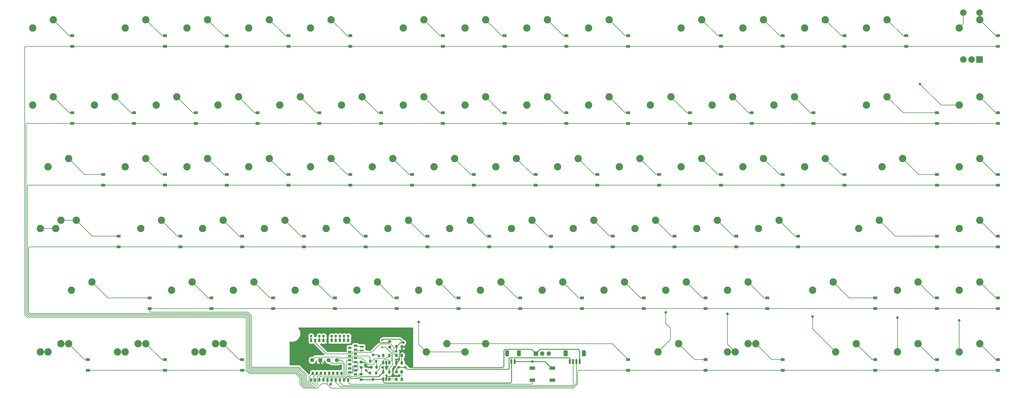
<source format=gbl>
G04 #@! TF.GenerationSoftware,KiCad,Pcbnew,(5.1.9)-1*
G04 #@! TF.CreationDate,2021-03-19T09:16:17+08:00*
G04 #@! TF.ProjectId,ridhaulakbar75,72696468-6175-46c6-916b-62617237352e,rev?*
G04 #@! TF.SameCoordinates,Original*
G04 #@! TF.FileFunction,Copper,L2,Bot*
G04 #@! TF.FilePolarity,Positive*
%FSLAX46Y46*%
G04 Gerber Fmt 4.6, Leading zero omitted, Abs format (unit mm)*
G04 Created by KiCad (PCBNEW (5.1.9)-1) date 2021-03-19 09:16:17*
%MOMM*%
%LPD*%
G01*
G04 APERTURE LIST*
G04 #@! TA.AperFunction,ComponentPad*
%ADD10C,2.250000*%
G04 #@! TD*
G04 #@! TA.AperFunction,ComponentPad*
%ADD11R,1.350000X1.350000*%
G04 #@! TD*
G04 #@! TA.AperFunction,ComponentPad*
%ADD12O,1.350000X1.350000*%
G04 #@! TD*
G04 #@! TA.AperFunction,SMDPad,CuDef*
%ADD13R,1.800000X1.100000*%
G04 #@! TD*
G04 #@! TA.AperFunction,SMDPad,CuDef*
%ADD14R,0.800000X0.900000*%
G04 #@! TD*
G04 #@! TA.AperFunction,SMDPad,CuDef*
%ADD15R,0.650000X1.060000*%
G04 #@! TD*
G04 #@! TA.AperFunction,ComponentPad*
%ADD16O,1.270000X1.270000*%
G04 #@! TD*
G04 #@! TA.AperFunction,ComponentPad*
%ADD17R,1.270000X1.270000*%
G04 #@! TD*
G04 #@! TA.AperFunction,SMDPad,CuDef*
%ADD18R,1.200000X0.600000*%
G04 #@! TD*
G04 #@! TA.AperFunction,ComponentPad*
%ADD19R,1.000000X0.650000*%
G04 #@! TD*
G04 #@! TA.AperFunction,ComponentPad*
%ADD20R,0.650000X1.000000*%
G04 #@! TD*
G04 #@! TA.AperFunction,SMDPad,CuDef*
%ADD21R,1.000000X0.650000*%
G04 #@! TD*
G04 #@! TA.AperFunction,SMDPad,CuDef*
%ADD22R,0.650000X1.000000*%
G04 #@! TD*
G04 #@! TA.AperFunction,SMDPad,CuDef*
%ADD23R,0.500000X0.500000*%
G04 #@! TD*
G04 #@! TA.AperFunction,ComponentPad*
%ADD24C,2.000000*%
G04 #@! TD*
G04 #@! TA.AperFunction,ComponentPad*
%ADD25R,2.000000X2.000000*%
G04 #@! TD*
G04 #@! TA.AperFunction,SMDPad,CuDef*
%ADD26R,1.200000X0.900000*%
G04 #@! TD*
G04 #@! TA.AperFunction,ViaPad*
%ADD27C,0.800000*%
G04 #@! TD*
G04 #@! TA.AperFunction,ViaPad*
%ADD28C,0.600000*%
G04 #@! TD*
G04 #@! TA.AperFunction,Conductor*
%ADD29C,0.200000*%
G04 #@! TD*
G04 #@! TA.AperFunction,Conductor*
%ADD30C,0.254000*%
G04 #@! TD*
G04 #@! TA.AperFunction,Conductor*
%ADD31C,0.250000*%
G04 #@! TD*
G04 #@! TA.AperFunction,Conductor*
%ADD32C,0.100000*%
G04 #@! TD*
G04 APERTURE END LIST*
D10*
X193833750Y-187960000D03*
X200183750Y-185420000D03*
X274796250Y-187960000D03*
X281146250Y-185420000D03*
X119221250Y-185420000D03*
X112871250Y-187960000D03*
X62865000Y-149860000D03*
X69215000Y-147320000D03*
X89058750Y-187960000D03*
X95408750Y-185420000D03*
X65246250Y-187960000D03*
X71596250Y-185420000D03*
D11*
X215654250Y-188437001D03*
D12*
X217654250Y-188437001D03*
X219654250Y-188437001D03*
D13*
X220754250Y-192968000D03*
X214554250Y-196668000D03*
X220754250Y-196668000D03*
X214554250Y-192968000D03*
D10*
X327183750Y-187960000D03*
X333533750Y-185420000D03*
X98583750Y-111760000D03*
X104933750Y-109220000D03*
G04 #@! TA.AperFunction,SMDPad,CuDef*
G36*
G01*
X229479250Y-190287001D02*
X229479250Y-191537001D01*
G75*
G02*
X229329250Y-191687001I-150000J0D01*
G01*
X229029250Y-191687001D01*
G75*
G02*
X228879250Y-191537001I0J150000D01*
G01*
X228879250Y-190287001D01*
G75*
G02*
X229029250Y-190137001I150000J0D01*
G01*
X229329250Y-190137001D01*
G75*
G02*
X229479250Y-190287001I0J-150000D01*
G01*
G37*
G04 #@! TD.AperFunction*
G04 #@! TA.AperFunction,SMDPad,CuDef*
G36*
G01*
X228479250Y-190287001D02*
X228479250Y-191537001D01*
G75*
G02*
X228329250Y-191687001I-150000J0D01*
G01*
X228029250Y-191687001D01*
G75*
G02*
X227879250Y-191537001I0J150000D01*
G01*
X227879250Y-190287001D01*
G75*
G02*
X228029250Y-190137001I150000J0D01*
G01*
X228329250Y-190137001D01*
G75*
G02*
X228479250Y-190287001I0J-150000D01*
G01*
G37*
G04 #@! TD.AperFunction*
G04 #@! TA.AperFunction,SMDPad,CuDef*
G36*
G01*
X227479250Y-190287001D02*
X227479250Y-191537001D01*
G75*
G02*
X227329250Y-191687001I-150000J0D01*
G01*
X227029250Y-191687001D01*
G75*
G02*
X226879250Y-191537001I0J150000D01*
G01*
X226879250Y-190287001D01*
G75*
G02*
X227029250Y-190137001I150000J0D01*
G01*
X227329250Y-190137001D01*
G75*
G02*
X227479250Y-190287001I0J-150000D01*
G01*
G37*
G04 #@! TD.AperFunction*
G04 #@! TA.AperFunction,SMDPad,CuDef*
G36*
G01*
X226479250Y-190287001D02*
X226479250Y-191537001D01*
G75*
G02*
X226329250Y-191687001I-150000J0D01*
G01*
X226029250Y-191687001D01*
G75*
G02*
X225879250Y-191537001I0J150000D01*
G01*
X225879250Y-190287001D01*
G75*
G02*
X226029250Y-190137001I150000J0D01*
G01*
X226329250Y-190137001D01*
G75*
G02*
X226479250Y-190287001I0J-150000D01*
G01*
G37*
G04 #@! TD.AperFunction*
G04 #@! TA.AperFunction,SMDPad,CuDef*
G36*
G01*
X231079250Y-187737000D02*
X231079250Y-189037002D01*
G75*
G02*
X230829251Y-189287001I-249999J0D01*
G01*
X230129249Y-189287001D01*
G75*
G02*
X229879250Y-189037002I0J249999D01*
G01*
X229879250Y-187737000D01*
G75*
G02*
X230129249Y-187487001I249999J0D01*
G01*
X230829251Y-187487001D01*
G75*
G02*
X231079250Y-187737000I0J-249999D01*
G01*
G37*
G04 #@! TD.AperFunction*
G04 #@! TA.AperFunction,SMDPad,CuDef*
G36*
G01*
X225479250Y-187737000D02*
X225479250Y-189037002D01*
G75*
G02*
X225229251Y-189287001I-249999J0D01*
G01*
X224529249Y-189287001D01*
G75*
G02*
X224279250Y-189037002I0J249999D01*
G01*
X224279250Y-187737000D01*
G75*
G02*
X224529249Y-187487001I249999J0D01*
G01*
X225229251Y-187487001D01*
G75*
G02*
X225479250Y-187737000I0J-249999D01*
G01*
G37*
G04 #@! TD.AperFunction*
G04 #@! TA.AperFunction,SMDPad,CuDef*
G36*
G01*
X209429250Y-190287001D02*
X209429250Y-191537001D01*
G75*
G02*
X209279250Y-191687001I-150000J0D01*
G01*
X208979250Y-191687001D01*
G75*
G02*
X208829250Y-191537001I0J150000D01*
G01*
X208829250Y-190287001D01*
G75*
G02*
X208979250Y-190137001I150000J0D01*
G01*
X209279250Y-190137001D01*
G75*
G02*
X209429250Y-190287001I0J-150000D01*
G01*
G37*
G04 #@! TD.AperFunction*
G04 #@! TA.AperFunction,SMDPad,CuDef*
G36*
G01*
X208429250Y-190287001D02*
X208429250Y-191537001D01*
G75*
G02*
X208279250Y-191687001I-150000J0D01*
G01*
X207979250Y-191687001D01*
G75*
G02*
X207829250Y-191537001I0J150000D01*
G01*
X207829250Y-190287001D01*
G75*
G02*
X207979250Y-190137001I150000J0D01*
G01*
X208279250Y-190137001D01*
G75*
G02*
X208429250Y-190287001I0J-150000D01*
G01*
G37*
G04 #@! TD.AperFunction*
G04 #@! TA.AperFunction,SMDPad,CuDef*
G36*
G01*
X211029250Y-187737000D02*
X211029250Y-189037002D01*
G75*
G02*
X210779251Y-189287001I-249999J0D01*
G01*
X210079249Y-189287001D01*
G75*
G02*
X209829250Y-189037002I0J249999D01*
G01*
X209829250Y-187737000D01*
G75*
G02*
X210079249Y-187487001I249999J0D01*
G01*
X210779251Y-187487001D01*
G75*
G02*
X211029250Y-187737000I0J-249999D01*
G01*
G37*
G04 #@! TD.AperFunction*
G04 #@! TA.AperFunction,SMDPad,CuDef*
G36*
G01*
X207429250Y-187737000D02*
X207429250Y-189037002D01*
G75*
G02*
X207179251Y-189287001I-249999J0D01*
G01*
X206479249Y-189287001D01*
G75*
G02*
X206229250Y-189037002I0J249999D01*
G01*
X206229250Y-187737000D01*
G75*
G02*
X206479249Y-187487001I249999J0D01*
G01*
X207179251Y-187487001D01*
G75*
G02*
X207429250Y-187737000I0J-249999D01*
G01*
G37*
G04 #@! TD.AperFunction*
X346233750Y-187960000D03*
X352583750Y-185420000D03*
X308133750Y-187960000D03*
X314483750Y-185420000D03*
X277177500Y-187960000D03*
X283527500Y-185420000D03*
X253365000Y-187960000D03*
X259715000Y-185420000D03*
X181927500Y-187960000D03*
X188277500Y-185420000D03*
X110490000Y-187960000D03*
X116840000Y-185420000D03*
X86677500Y-187960000D03*
X93027500Y-185420000D03*
X69215000Y-185420000D03*
X62865000Y-187960000D03*
X346233750Y-168910000D03*
X352583750Y-166370000D03*
X327183750Y-168910000D03*
X333533750Y-166370000D03*
X300990000Y-168910000D03*
X307340000Y-166370000D03*
X274796250Y-168910000D03*
X281146250Y-166370000D03*
X255746250Y-168910000D03*
X262096250Y-166370000D03*
X236696250Y-168910000D03*
X243046250Y-166370000D03*
X217646250Y-168910000D03*
X223996250Y-166370000D03*
X198596250Y-168910000D03*
X204946250Y-166370000D03*
X179546250Y-168910000D03*
X185896250Y-166370000D03*
X160496250Y-168910000D03*
X166846250Y-166370000D03*
X141446250Y-168910000D03*
X147796250Y-166370000D03*
X128746250Y-166370000D03*
X122396250Y-168910000D03*
X103346250Y-168910000D03*
X109696250Y-166370000D03*
X78740000Y-166370000D03*
X72390000Y-168910000D03*
X346233750Y-149860000D03*
X352583750Y-147320000D03*
X315277500Y-149860000D03*
X321627500Y-147320000D03*
X284321250Y-149860000D03*
X290671250Y-147320000D03*
X265271250Y-149860000D03*
X271621250Y-147320000D03*
X246221250Y-149860000D03*
X252571250Y-147320000D03*
X227171250Y-149860000D03*
X233521250Y-147320000D03*
X208121250Y-149860000D03*
X214471250Y-147320000D03*
X189071250Y-149860000D03*
X195421250Y-147320000D03*
X170021250Y-149860000D03*
X176371250Y-147320000D03*
X150971250Y-149860000D03*
X157321250Y-147320000D03*
X131921250Y-149860000D03*
X138271250Y-147320000D03*
X112871250Y-149860000D03*
X119221250Y-147320000D03*
X93821250Y-149860000D03*
X100171250Y-147320000D03*
X67627500Y-149860000D03*
X73977500Y-147320000D03*
X346233750Y-130810000D03*
X352583750Y-128270000D03*
X322421250Y-130810000D03*
X328771250Y-128270000D03*
X298608750Y-130810000D03*
X304958750Y-128270000D03*
X279558750Y-130810000D03*
X285908750Y-128270000D03*
X260508750Y-130810000D03*
X266858750Y-128270000D03*
X241458750Y-130810000D03*
X247808750Y-128270000D03*
X222408750Y-130810000D03*
X228758750Y-128270000D03*
X203358750Y-130810000D03*
X209708750Y-128270000D03*
X184308750Y-130810000D03*
X190658750Y-128270000D03*
X165258750Y-130810000D03*
X171608750Y-128270000D03*
X146208750Y-130810000D03*
X152558750Y-128270000D03*
X127158750Y-130810000D03*
X133508750Y-128270000D03*
X108108750Y-130810000D03*
X114458750Y-128270000D03*
X89058750Y-130810000D03*
X95408750Y-128270000D03*
X65246250Y-130810000D03*
X71596250Y-128270000D03*
X346233750Y-111760000D03*
X352583750Y-109220000D03*
X317658750Y-111760000D03*
X324008750Y-109220000D03*
X289083750Y-111760000D03*
X295433750Y-109220000D03*
X270033750Y-111760000D03*
X276383750Y-109220000D03*
X250983750Y-111760000D03*
X257333750Y-109220000D03*
X231933750Y-111760000D03*
X238283750Y-109220000D03*
X212883750Y-111760000D03*
X219233750Y-109220000D03*
X193833750Y-111760000D03*
X200183750Y-109220000D03*
X174783750Y-111760000D03*
X181133750Y-109220000D03*
X155733750Y-111760000D03*
X162083750Y-109220000D03*
X136683750Y-111760000D03*
X143033750Y-109220000D03*
X117633750Y-111760000D03*
X123983750Y-109220000D03*
X79533750Y-111760000D03*
X85883750Y-109220000D03*
X60483750Y-111760000D03*
X66833750Y-109220000D03*
X346233750Y-87947500D03*
X352583750Y-85407500D03*
X317658750Y-87947500D03*
X324008750Y-85407500D03*
X298608750Y-87947500D03*
X304958750Y-85407500D03*
X279558750Y-87947500D03*
X285908750Y-85407500D03*
X260508750Y-87947500D03*
X266858750Y-85407500D03*
X231933750Y-87947500D03*
X238283750Y-85407500D03*
X212883750Y-87947500D03*
X219233750Y-85407500D03*
X193833750Y-87947500D03*
X200183750Y-85407500D03*
X174783750Y-87947500D03*
X181133750Y-85407500D03*
X146208750Y-87947500D03*
X152558750Y-85407500D03*
X127158750Y-87947500D03*
X133508750Y-85407500D03*
X108108750Y-87947500D03*
X114458750Y-85407500D03*
X89058750Y-87947500D03*
X95408750Y-85407500D03*
X60483750Y-87947500D03*
X66833750Y-85407500D03*
D14*
X164531000Y-194454000D03*
X166431000Y-194454000D03*
X165481000Y-196454000D03*
X166431000Y-190865000D03*
X164531000Y-190865000D03*
X165481000Y-188865000D03*
D15*
X170495000Y-191270001D03*
X169545000Y-191270001D03*
X168595000Y-191270001D03*
X168595000Y-189070001D03*
X170495000Y-189070001D03*
X170495000Y-196354000D03*
X169545000Y-196354000D03*
X168595000Y-196354000D03*
X168595000Y-194154000D03*
X170495000Y-194154000D03*
D16*
X146681000Y-190500000D03*
D17*
X149221000Y-190500000D03*
D16*
X151761000Y-190500000D03*
X154301000Y-190500000D03*
D18*
X161968000Y-186330001D03*
X161968000Y-187530001D03*
D19*
X158309000Y-190477000D03*
X158309000Y-194287000D03*
X158309000Y-193017000D03*
X158309000Y-189207000D03*
X158309000Y-191747000D03*
X158309000Y-186667000D03*
X158309000Y-187937000D03*
D20*
X146879000Y-194541000D03*
X148149000Y-194541000D03*
X149419000Y-194541000D03*
X150689000Y-194541000D03*
X151959000Y-194541000D03*
X153229000Y-194541000D03*
X154499000Y-194541000D03*
D21*
X160020000Y-191110000D03*
X160020000Y-194920000D03*
X160020000Y-189840000D03*
X160020000Y-188570000D03*
X160020000Y-187300000D03*
X160020000Y-192380000D03*
X160020000Y-186030000D03*
X160020000Y-193650000D03*
D22*
X157801000Y-196619000D03*
X156531000Y-196619000D03*
X151451000Y-196619000D03*
X155261000Y-196619000D03*
X150181000Y-196619000D03*
X148911000Y-196619000D03*
X147641000Y-196619000D03*
X152721000Y-196619000D03*
X146371000Y-196619000D03*
X153991000Y-196619000D03*
X146371000Y-184381000D03*
X147641000Y-184381000D03*
X148911000Y-184381000D03*
X150181000Y-184381000D03*
X151451000Y-184381000D03*
X152721000Y-184381000D03*
X153991000Y-184381000D03*
X155261000Y-184381000D03*
X156531000Y-184381000D03*
X157801000Y-184381000D03*
D20*
X155769000Y-194541000D03*
G04 #@! TA.AperFunction,SMDPad,CuDef*
G36*
G01*
X170340000Y-184341000D02*
X170890000Y-184341000D01*
G75*
G02*
X171090000Y-184541000I0J-200000D01*
G01*
X171090000Y-184941000D01*
G75*
G02*
X170890000Y-185141000I-200000J0D01*
G01*
X170340000Y-185141000D01*
G75*
G02*
X170140000Y-184941000I0J200000D01*
G01*
X170140000Y-184541000D01*
G75*
G02*
X170340000Y-184341000I200000J0D01*
G01*
G37*
G04 #@! TD.AperFunction*
G04 #@! TA.AperFunction,SMDPad,CuDef*
G36*
G01*
X170340000Y-185991000D02*
X170890000Y-185991000D01*
G75*
G02*
X171090000Y-186191000I0J-200000D01*
G01*
X171090000Y-186591000D01*
G75*
G02*
X170890000Y-186791000I-200000J0D01*
G01*
X170340000Y-186791000D01*
G75*
G02*
X170140000Y-186591000I0J200000D01*
G01*
X170140000Y-186191000D01*
G75*
G02*
X170340000Y-185991000I200000J0D01*
G01*
G37*
G04 #@! TD.AperFunction*
G04 #@! TA.AperFunction,SMDPad,CuDef*
G36*
G01*
X172257000Y-196699000D02*
X172257000Y-196149000D01*
G75*
G02*
X172457000Y-195949000I200000J0D01*
G01*
X172857000Y-195949000D01*
G75*
G02*
X173057000Y-196149000I0J-200000D01*
G01*
X173057000Y-196699000D01*
G75*
G02*
X172857000Y-196899000I-200000J0D01*
G01*
X172457000Y-196899000D01*
G75*
G02*
X172257000Y-196699000I0J200000D01*
G01*
G37*
G04 #@! TD.AperFunction*
G04 #@! TA.AperFunction,SMDPad,CuDef*
G36*
G01*
X173907000Y-196699000D02*
X173907000Y-196149000D01*
G75*
G02*
X174107000Y-195949000I200000J0D01*
G01*
X174507000Y-195949000D01*
G75*
G02*
X174707000Y-196149000I0J-200000D01*
G01*
X174707000Y-196699000D01*
G75*
G02*
X174507000Y-196899000I-200000J0D01*
G01*
X174107000Y-196899000D01*
G75*
G02*
X173907000Y-196699000I0J200000D01*
G01*
G37*
G04 #@! TD.AperFunction*
G04 #@! TA.AperFunction,SMDPad,CuDef*
G36*
G01*
X172257000Y-186591000D02*
X172257000Y-186041000D01*
G75*
G02*
X172457000Y-185841000I200000J0D01*
G01*
X172857000Y-185841000D01*
G75*
G02*
X173057000Y-186041000I0J-200000D01*
G01*
X173057000Y-186591000D01*
G75*
G02*
X172857000Y-186791000I-200000J0D01*
G01*
X172457000Y-186791000D01*
G75*
G02*
X172257000Y-186591000I0J200000D01*
G01*
G37*
G04 #@! TD.AperFunction*
G04 #@! TA.AperFunction,SMDPad,CuDef*
G36*
G01*
X173907000Y-186591000D02*
X173907000Y-186041000D01*
G75*
G02*
X174107000Y-185841000I200000J0D01*
G01*
X174507000Y-185841000D01*
G75*
G02*
X174707000Y-186041000I0J-200000D01*
G01*
X174707000Y-186591000D01*
G75*
G02*
X174507000Y-186791000I-200000J0D01*
G01*
X174107000Y-186791000D01*
G75*
G02*
X173907000Y-186591000I0J200000D01*
G01*
G37*
G04 #@! TD.AperFunction*
G04 #@! TA.AperFunction,SMDPad,CuDef*
G36*
G01*
X166960000Y-192384000D02*
X166960000Y-192934000D01*
G75*
G02*
X166760000Y-193134000I-200000J0D01*
G01*
X166360000Y-193134000D01*
G75*
G02*
X166160000Y-192934000I0J200000D01*
G01*
X166160000Y-192384000D01*
G75*
G02*
X166360000Y-192184000I200000J0D01*
G01*
X166760000Y-192184000D01*
G75*
G02*
X166960000Y-192384000I0J-200000D01*
G01*
G37*
G04 #@! TD.AperFunction*
G04 #@! TA.AperFunction,SMDPad,CuDef*
G36*
G01*
X165310000Y-192384000D02*
X165310000Y-192934000D01*
G75*
G02*
X165110000Y-193134000I-200000J0D01*
G01*
X164710000Y-193134000D01*
G75*
G02*
X164510000Y-192934000I0J200000D01*
G01*
X164510000Y-192384000D01*
G75*
G02*
X164710000Y-192184000I200000J0D01*
G01*
X165110000Y-192184000D01*
G75*
G02*
X165310000Y-192384000I0J-200000D01*
G01*
G37*
G04 #@! TD.AperFunction*
G04 #@! TA.AperFunction,SMDPad,CuDef*
G36*
G01*
X162073000Y-193134000D02*
X161523000Y-193134000D01*
G75*
G02*
X161323000Y-192934000I0J200000D01*
G01*
X161323000Y-192534000D01*
G75*
G02*
X161523000Y-192334000I200000J0D01*
G01*
X162073000Y-192334000D01*
G75*
G02*
X162273000Y-192534000I0J-200000D01*
G01*
X162273000Y-192934000D01*
G75*
G02*
X162073000Y-193134000I-200000J0D01*
G01*
G37*
G04 #@! TD.AperFunction*
G04 #@! TA.AperFunction,SMDPad,CuDef*
G36*
G01*
X162073000Y-191484000D02*
X161523000Y-191484000D01*
G75*
G02*
X161323000Y-191284000I0J200000D01*
G01*
X161323000Y-190884000D01*
G75*
G02*
X161523000Y-190684000I200000J0D01*
G01*
X162073000Y-190684000D01*
G75*
G02*
X162273000Y-190884000I0J-200000D01*
G01*
X162273000Y-191284000D01*
G75*
G02*
X162073000Y-191484000I-200000J0D01*
G01*
G37*
G04 #@! TD.AperFunction*
G04 #@! TA.AperFunction,SMDPad,CuDef*
G36*
G01*
X172257000Y-191615001D02*
X172257000Y-191065001D01*
G75*
G02*
X172457000Y-190865001I200000J0D01*
G01*
X172857000Y-190865001D01*
G75*
G02*
X173057000Y-191065001I0J-200000D01*
G01*
X173057000Y-191615001D01*
G75*
G02*
X172857000Y-191815001I-200000J0D01*
G01*
X172457000Y-191815001D01*
G75*
G02*
X172257000Y-191615001I0J200000D01*
G01*
G37*
G04 #@! TD.AperFunction*
G04 #@! TA.AperFunction,SMDPad,CuDef*
G36*
G01*
X173907000Y-191615001D02*
X173907000Y-191065001D01*
G75*
G02*
X174107000Y-190865001I200000J0D01*
G01*
X174507000Y-190865001D01*
G75*
G02*
X174707000Y-191065001I0J-200000D01*
G01*
X174707000Y-191615001D01*
G75*
G02*
X174507000Y-191815001I-200000J0D01*
G01*
X174107000Y-191815001D01*
G75*
G02*
X173907000Y-191615001I0J200000D01*
G01*
G37*
G04 #@! TD.AperFunction*
G04 #@! TA.AperFunction,SMDPad,CuDef*
G36*
G01*
X162073000Y-196899000D02*
X161523000Y-196899000D01*
G75*
G02*
X161323000Y-196699000I0J200000D01*
G01*
X161323000Y-196299000D01*
G75*
G02*
X161523000Y-196099000I200000J0D01*
G01*
X162073000Y-196099000D01*
G75*
G02*
X162273000Y-196299000I0J-200000D01*
G01*
X162273000Y-196699000D01*
G75*
G02*
X162073000Y-196899000I-200000J0D01*
G01*
G37*
G04 #@! TD.AperFunction*
G04 #@! TA.AperFunction,SMDPad,CuDef*
G36*
G01*
X162073000Y-195249000D02*
X161523000Y-195249000D01*
G75*
G02*
X161323000Y-195049000I0J200000D01*
G01*
X161323000Y-194649000D01*
G75*
G02*
X161523000Y-194449000I200000J0D01*
G01*
X162073000Y-194449000D01*
G75*
G02*
X162273000Y-194649000I0J-200000D01*
G01*
X162273000Y-195049000D01*
G75*
G02*
X162073000Y-195249000I-200000J0D01*
G01*
G37*
G04 #@! TD.AperFunction*
G04 #@! TA.AperFunction,SMDPad,CuDef*
G36*
G01*
X174707000Y-193867750D02*
X174707000Y-194380250D01*
G75*
G02*
X174488250Y-194599000I-218750J0D01*
G01*
X174050750Y-194599000D01*
G75*
G02*
X173832000Y-194380250I0J218750D01*
G01*
X173832000Y-193867750D01*
G75*
G02*
X174050750Y-193649000I218750J0D01*
G01*
X174488250Y-193649000D01*
G75*
G02*
X174707000Y-193867750I0J-218750D01*
G01*
G37*
G04 #@! TD.AperFunction*
G04 #@! TA.AperFunction,SMDPad,CuDef*
G36*
G01*
X173132000Y-193867750D02*
X173132000Y-194380250D01*
G75*
G02*
X172913250Y-194599000I-218750J0D01*
G01*
X172475750Y-194599000D01*
G75*
G02*
X172257000Y-194380250I0J218750D01*
G01*
X172257000Y-193867750D01*
G75*
G02*
X172475750Y-193649000I218750J0D01*
G01*
X172913250Y-193649000D01*
G75*
G02*
X173132000Y-193867750I0J-218750D01*
G01*
G37*
G04 #@! TD.AperFunction*
D23*
X168275000Y-186546000D03*
X168275000Y-184346000D03*
G04 #@! TA.AperFunction,SMDPad,CuDef*
G36*
G01*
X174707000Y-188783751D02*
X174707000Y-189296251D01*
G75*
G02*
X174488250Y-189515001I-218750J0D01*
G01*
X174050750Y-189515001D01*
G75*
G02*
X173832000Y-189296251I0J218750D01*
G01*
X173832000Y-188783751D01*
G75*
G02*
X174050750Y-188565001I218750J0D01*
G01*
X174488250Y-188565001D01*
G75*
G02*
X174707000Y-188783751I0J-218750D01*
G01*
G37*
G04 #@! TD.AperFunction*
G04 #@! TA.AperFunction,SMDPad,CuDef*
G36*
G01*
X173132000Y-188783751D02*
X173132000Y-189296251D01*
G75*
G02*
X172913250Y-189515001I-218750J0D01*
G01*
X172475750Y-189515001D01*
G75*
G02*
X172257000Y-189296251I0J218750D01*
G01*
X172257000Y-188783751D01*
G75*
G02*
X172475750Y-188565001I218750J0D01*
G01*
X172913250Y-188565001D01*
G75*
G02*
X173132000Y-188783751I0J-218750D01*
G01*
G37*
G04 #@! TD.AperFunction*
D24*
X347543750Y-83237500D03*
X352543750Y-83237500D03*
X347543750Y-97737500D03*
X350043750Y-97737500D03*
D25*
X352543750Y-97737500D03*
D26*
X358140000Y-190350001D03*
X358140000Y-193650001D03*
X358140000Y-171300001D03*
X358140000Y-174600001D03*
X358140000Y-155550001D03*
X358140000Y-152250001D03*
X358140000Y-136500001D03*
X358140000Y-133200001D03*
X358140000Y-117450001D03*
X358140000Y-114150001D03*
X358140000Y-93637501D03*
X358140000Y-90337501D03*
X339418750Y-190350001D03*
X339418750Y-193650001D03*
X339418750Y-171300001D03*
X339418750Y-174600001D03*
X339418750Y-136500001D03*
X339418750Y-133200001D03*
X339418750Y-117450001D03*
X339418750Y-114150001D03*
X320368750Y-190350001D03*
X320368750Y-193650001D03*
X320368750Y-171300001D03*
X320368750Y-174600001D03*
X339418750Y-155550001D03*
X339418750Y-152250001D03*
X310843750Y-136500001D03*
X310843750Y-133200001D03*
X301318750Y-117450001D03*
X301318750Y-114150001D03*
X329893750Y-93637501D03*
X329893750Y-90337501D03*
X291793750Y-190350001D03*
X291793750Y-193650001D03*
X287031250Y-171300001D03*
X287031250Y-174600001D03*
X296556250Y-155550001D03*
X296556250Y-152250001D03*
X291793750Y-136500001D03*
X291793750Y-133200001D03*
X282268750Y-117450001D03*
X282268750Y-114150001D03*
X310843750Y-93637501D03*
X310843750Y-90337501D03*
X267981250Y-171300001D03*
X267981250Y-174600001D03*
X277506250Y-155550001D03*
X277506250Y-152250001D03*
X272743750Y-136500001D03*
X272743750Y-133200001D03*
X263218750Y-117450001D03*
X263218750Y-114150001D03*
X291793750Y-93637501D03*
X291793750Y-90337501D03*
X267981250Y-190350001D03*
X267981250Y-193650001D03*
X248931250Y-171300001D03*
X248931250Y-174600001D03*
X258456250Y-155550001D03*
X258456250Y-152250001D03*
X253693750Y-136500001D03*
X253693750Y-133200001D03*
X244168750Y-117450001D03*
X244168750Y-114150001D03*
X272743750Y-93637501D03*
X272743750Y-90337501D03*
X229881250Y-171300001D03*
X229881250Y-174600001D03*
X239406250Y-155550001D03*
X239406250Y-152250001D03*
X234643750Y-136500001D03*
X234643750Y-133200001D03*
X225118750Y-117450001D03*
X225118750Y-114150001D03*
X244168750Y-93637501D03*
X244168750Y-90337501D03*
X210831250Y-171300001D03*
X210831250Y-174600001D03*
X220356250Y-155550001D03*
X220356250Y-152250001D03*
X215593750Y-136500001D03*
X215593750Y-133200001D03*
X206068750Y-117450001D03*
X206068750Y-114150001D03*
X225118750Y-93637501D03*
X225118750Y-90337501D03*
X244168750Y-190350001D03*
X244168750Y-193650001D03*
X191781250Y-171300001D03*
X191781250Y-174600001D03*
X201306250Y-155550001D03*
X201306250Y-152250001D03*
X196543750Y-136500001D03*
X196543750Y-133200001D03*
X187018750Y-117450001D03*
X187018750Y-114150001D03*
X206068750Y-93637501D03*
X206068750Y-90337501D03*
X172731250Y-171300001D03*
X172731250Y-174600001D03*
X182256250Y-155550001D03*
X182256250Y-152250001D03*
X177493750Y-136500001D03*
X177493750Y-133200001D03*
X167968750Y-117450001D03*
X167968750Y-114150001D03*
X187018750Y-93637501D03*
X187018750Y-90337501D03*
X125106250Y-190350001D03*
X125106250Y-193650001D03*
X153681250Y-171300001D03*
X153681250Y-174600001D03*
X163206250Y-155550001D03*
X163206250Y-152250001D03*
X158443750Y-136500001D03*
X158443750Y-133200001D03*
X148918750Y-117450001D03*
X148918750Y-114150001D03*
X158443750Y-93637501D03*
X158443750Y-90337501D03*
X134631250Y-171300001D03*
X134631250Y-174600001D03*
X144156250Y-155550001D03*
X144156250Y-152250001D03*
X139393750Y-136500001D03*
X139393750Y-133200001D03*
X129868750Y-117450001D03*
X129868750Y-114150001D03*
X139393750Y-93637501D03*
X139393750Y-90337501D03*
X101293750Y-190350001D03*
X101293750Y-193650001D03*
X115581250Y-171300001D03*
X115581250Y-174600001D03*
X125106250Y-155550001D03*
X125106250Y-152250001D03*
X120343750Y-136500001D03*
X120343750Y-133200001D03*
X110818750Y-117450001D03*
X110818750Y-114150001D03*
X120343750Y-93637501D03*
X120343750Y-90337501D03*
X106056250Y-155550001D03*
X106056250Y-152250001D03*
X101293750Y-136500001D03*
X101293750Y-133200001D03*
X91768750Y-117450001D03*
X91768750Y-114150001D03*
X101293750Y-93637501D03*
X101293750Y-90337501D03*
X77481250Y-190350001D03*
X77481250Y-193650001D03*
X96531250Y-171300001D03*
X96531250Y-174600001D03*
X87006250Y-155550001D03*
X87006250Y-152250001D03*
X82243750Y-136500001D03*
X82243750Y-133200001D03*
X72718750Y-117450001D03*
X72718750Y-114150001D03*
X72718750Y-93637501D03*
X72718750Y-90337501D03*
D27*
X152323475Y-197942525D03*
X179546250Y-178712162D03*
X146370858Y-183070810D03*
X148911000Y-183070952D03*
X150181000Y-183070952D03*
X255714500Y-175768000D03*
X152721000Y-183070952D03*
X274796250Y-176180282D03*
X153991000Y-183070952D03*
X155261000Y-183070952D03*
X300990000Y-176996994D03*
X156531000Y-183070952D03*
X327183750Y-177401593D03*
X157801000Y-183070952D03*
X334137000Y-105283000D03*
X346233750Y-178213743D03*
X168402000Y-192659000D03*
X173355000Y-192659000D03*
X163346410Y-193659896D03*
X172620032Y-187829170D03*
X174752000Y-185085163D03*
X175387000Y-192659000D03*
X169545000Y-192659000D03*
X171958000Y-192659000D03*
X173482000Y-195199000D03*
D28*
X151450531Y-185497525D03*
D27*
X164465000Y-187325000D03*
X155448000Y-192151000D03*
X214554250Y-190912001D03*
X163347500Y-192176500D03*
X167259000Y-189230000D03*
D29*
X71763751Y-90337501D02*
X72718750Y-90337501D01*
X66833750Y-85407500D02*
X71763751Y-90337501D01*
X100338751Y-90337501D02*
X101293750Y-90337501D01*
X95408750Y-85407500D02*
X100338751Y-90337501D01*
X119388751Y-90337501D02*
X120343750Y-90337501D01*
X114458750Y-85407500D02*
X119388751Y-90337501D01*
X138438751Y-90337501D02*
X139393750Y-90337501D01*
X133508750Y-85407500D02*
X138438751Y-90337501D01*
X157488751Y-90337501D02*
X158443750Y-90337501D01*
X152558750Y-85407500D02*
X157488751Y-90337501D01*
X186063751Y-90337501D02*
X187018750Y-90337501D01*
X181133750Y-85407500D02*
X186063751Y-90337501D01*
X205113751Y-90337501D02*
X206068750Y-90337501D01*
X200183750Y-85407500D02*
X205113751Y-90337501D01*
X224163751Y-90337501D02*
X225118750Y-90337501D01*
X219233750Y-85407500D02*
X224163751Y-90337501D01*
X243213751Y-90337501D02*
X244168750Y-90337501D01*
X238283750Y-85407500D02*
X243213751Y-90337501D01*
X271788751Y-90337501D02*
X272743750Y-90337501D01*
X266858750Y-85407500D02*
X271788751Y-90337501D01*
X290838751Y-90337501D02*
X291793750Y-90337501D01*
X285908750Y-85407500D02*
X290838751Y-90337501D01*
X309888751Y-90337501D02*
X310843750Y-90337501D01*
X304958750Y-85407500D02*
X309888751Y-90337501D01*
X328938751Y-90337501D02*
X329893750Y-90337501D01*
X324008750Y-85407500D02*
X328938751Y-90337501D01*
X352543750Y-85367500D02*
X352583750Y-85407500D01*
X352543750Y-83237500D02*
X352543750Y-85367500D01*
X357513751Y-90337501D02*
X358140000Y-90337501D01*
X352583750Y-85407500D02*
X357513751Y-90337501D01*
X71763751Y-114150001D02*
X72718750Y-114150001D01*
X66833750Y-109220000D02*
X71763751Y-114150001D01*
X90813751Y-114150001D02*
X91768750Y-114150001D01*
X85883750Y-109220000D02*
X90813751Y-114150001D01*
X109863751Y-114150001D02*
X110818750Y-114150001D01*
X104933750Y-109220000D02*
X109863751Y-114150001D01*
X128913751Y-114150001D02*
X129868750Y-114150001D01*
X123983750Y-109220000D02*
X128913751Y-114150001D01*
X147963751Y-114150001D02*
X148918750Y-114150001D01*
X143033750Y-109220000D02*
X147963751Y-114150001D01*
X167013751Y-114150001D02*
X167968750Y-114150001D01*
X162083750Y-109220000D02*
X167013751Y-114150001D01*
X186063751Y-114150001D02*
X187018750Y-114150001D01*
X181133750Y-109220000D02*
X186063751Y-114150001D01*
X205113751Y-114150001D02*
X206068750Y-114150001D01*
X200183750Y-109220000D02*
X205113751Y-114150001D01*
X224163751Y-114150001D02*
X225118750Y-114150001D01*
X219233750Y-109220000D02*
X224163751Y-114150001D01*
X243213751Y-114150001D02*
X244168750Y-114150001D01*
X238283750Y-109220000D02*
X243213751Y-114150001D01*
X262263751Y-114150001D02*
X263218750Y-114150001D01*
X257333750Y-109220000D02*
X262263751Y-114150001D01*
X281313751Y-114150001D02*
X282268750Y-114150001D01*
X276383750Y-109220000D02*
X281313751Y-114150001D01*
X300363751Y-114150001D02*
X301318750Y-114150001D01*
X295433750Y-109220000D02*
X300363751Y-114150001D01*
X328938751Y-114150001D02*
X339418750Y-114150001D01*
X324008750Y-109220000D02*
X328938751Y-114150001D01*
X357513751Y-114150001D02*
X358140000Y-114150001D01*
X352583750Y-109220000D02*
X357513751Y-114150001D01*
X76526251Y-133200001D02*
X82243750Y-133200001D01*
X71596250Y-128270000D02*
X76526251Y-133200001D01*
X100338751Y-133200001D02*
X101293750Y-133200001D01*
X95408750Y-128270000D02*
X100338751Y-133200001D01*
X119388751Y-133200001D02*
X120343750Y-133200001D01*
X114458750Y-128270000D02*
X119388751Y-133200001D01*
X138438751Y-133200001D02*
X139393750Y-133200001D01*
X133508750Y-128270000D02*
X138438751Y-133200001D01*
X157488751Y-133200001D02*
X158443750Y-133200001D01*
X152558750Y-128270000D02*
X157488751Y-133200001D01*
X176538751Y-133200001D02*
X177493750Y-133200001D01*
X171608750Y-128270000D02*
X176538751Y-133200001D01*
X195588751Y-133200001D02*
X196543750Y-133200001D01*
X190658750Y-128270000D02*
X195588751Y-133200001D01*
X214638751Y-133200001D02*
X215593750Y-133200001D01*
X209708750Y-128270000D02*
X214638751Y-133200001D01*
X233688751Y-133200001D02*
X234643750Y-133200001D01*
X228758750Y-128270000D02*
X233688751Y-133200001D01*
X252738751Y-133200001D02*
X253693750Y-133200001D01*
X247808750Y-128270000D02*
X252738751Y-133200001D01*
X271788751Y-133200001D02*
X272743750Y-133200001D01*
X266858750Y-128270000D02*
X271788751Y-133200001D01*
X290838751Y-133200001D02*
X291793750Y-133200001D01*
X285908750Y-128270000D02*
X290838751Y-133200001D01*
X309888751Y-133200001D02*
X310843750Y-133200001D01*
X304958750Y-128270000D02*
X309888751Y-133200001D01*
X333701251Y-133200001D02*
X339418750Y-133200001D01*
X328771250Y-128270000D02*
X333701251Y-133200001D01*
X357513751Y-133200001D02*
X358140000Y-133200001D01*
X352583750Y-128270000D02*
X357513751Y-133200001D01*
X78907501Y-152250001D02*
X87006250Y-152250001D01*
X73977500Y-147320000D02*
X78907501Y-152250001D01*
X73977500Y-147320000D02*
X69215000Y-147320000D01*
X105101251Y-152250001D02*
X106056250Y-152250001D01*
X100171250Y-147320000D02*
X105101251Y-152250001D01*
X124151251Y-152250001D02*
X125106250Y-152250001D01*
X119221250Y-147320000D02*
X124151251Y-152250001D01*
X143201251Y-152250001D02*
X144156250Y-152250001D01*
X138271250Y-147320000D02*
X143201251Y-152250001D01*
X162251251Y-152250001D02*
X163206250Y-152250001D01*
X157321250Y-147320000D02*
X162251251Y-152250001D01*
X181301251Y-152250001D02*
X182256250Y-152250001D01*
X176371250Y-147320000D02*
X181301251Y-152250001D01*
X200351251Y-152250001D02*
X201306250Y-152250001D01*
X195421250Y-147320000D02*
X200351251Y-152250001D01*
X219401251Y-152250001D02*
X220356250Y-152250001D01*
X214471250Y-147320000D02*
X219401251Y-152250001D01*
X238451251Y-152250001D02*
X239406250Y-152250001D01*
X233521250Y-147320000D02*
X238451251Y-152250001D01*
X257501251Y-152250001D02*
X258456250Y-152250001D01*
X252571250Y-147320000D02*
X257501251Y-152250001D01*
X276551251Y-152250001D02*
X277506250Y-152250001D01*
X271621250Y-147320000D02*
X276551251Y-152250001D01*
X295601251Y-152250001D02*
X296556250Y-152250001D01*
X290671250Y-147320000D02*
X295601251Y-152250001D01*
X326557501Y-152250001D02*
X339418750Y-152250001D01*
X321627500Y-147320000D02*
X326557501Y-152250001D01*
X357513751Y-152250001D02*
X358140000Y-152250001D01*
X352583750Y-147320000D02*
X357513751Y-152250001D01*
X83670001Y-171300001D02*
X96531250Y-171300001D01*
X78740000Y-166370000D02*
X83670001Y-171300001D01*
X133676251Y-171300001D02*
X134631250Y-171300001D01*
X128746250Y-166370000D02*
X133676251Y-171300001D01*
X152726251Y-171300001D02*
X153681250Y-171300001D01*
X147796250Y-166370000D02*
X152726251Y-171300001D01*
X171776251Y-171300001D02*
X172731250Y-171300001D01*
X166846250Y-166370000D02*
X171776251Y-171300001D01*
X190826251Y-171300001D02*
X191781250Y-171300001D01*
X185896250Y-166370000D02*
X190826251Y-171300001D01*
X209876251Y-171300001D02*
X210831250Y-171300001D01*
X204946250Y-166370000D02*
X209876251Y-171300001D01*
X228926251Y-171300001D02*
X229881250Y-171300001D01*
X223996250Y-166370000D02*
X228926251Y-171300001D01*
X247976251Y-171300001D02*
X248931250Y-171300001D01*
X243046250Y-166370000D02*
X247976251Y-171300001D01*
X267026251Y-171300001D02*
X267981250Y-171300001D01*
X262096250Y-166370000D02*
X267026251Y-171300001D01*
X286076251Y-171300001D02*
X287031250Y-171300001D01*
X281146250Y-166370000D02*
X286076251Y-171300001D01*
X312270001Y-171300001D02*
X320368750Y-171300001D01*
X307340000Y-166370000D02*
X312270001Y-171300001D01*
X338463751Y-171300001D02*
X339418750Y-171300001D01*
X333533750Y-166370000D02*
X338463751Y-171300001D01*
X357513751Y-171300001D02*
X358140000Y-171300001D01*
X352583750Y-166370000D02*
X357513751Y-171300001D01*
X69215000Y-185420000D02*
X71596250Y-185420000D01*
X76526251Y-190350001D02*
X77481250Y-190350001D01*
X71596250Y-185420000D02*
X76526251Y-190350001D01*
X93027500Y-185420000D02*
X95408750Y-185420000D01*
X100338751Y-190350001D02*
X101293750Y-190350001D01*
X95408750Y-185420000D02*
X100338751Y-190350001D01*
X116840000Y-185420000D02*
X119221250Y-185420000D01*
X124151251Y-190350001D02*
X125106250Y-190350001D01*
X119221250Y-185420000D02*
X124151251Y-190350001D01*
X239238749Y-185420000D02*
X244168750Y-190350001D01*
X200183750Y-185420000D02*
X239238749Y-185420000D01*
X200183750Y-185420000D02*
X188277500Y-185420000D01*
X264645001Y-190350001D02*
X267981250Y-190350001D01*
X259715000Y-185420000D02*
X264645001Y-190350001D01*
X288457501Y-190350001D02*
X291793750Y-190350001D01*
X283527500Y-185420000D02*
X288457501Y-190350001D01*
X281146250Y-185420000D02*
X283527500Y-185420000D01*
X319413751Y-190350001D02*
X320368750Y-190350001D01*
X314483750Y-185420000D02*
X319413751Y-190350001D01*
X338463751Y-190350001D02*
X339418750Y-190350001D01*
X333533750Y-185420000D02*
X338463751Y-190350001D01*
X357513751Y-190350001D02*
X358140000Y-190350001D01*
X352583750Y-185420000D02*
X357513751Y-190350001D01*
X152721000Y-197545000D02*
X152323475Y-197942525D01*
X152721000Y-196619000D02*
X152721000Y-197545000D01*
X67627500Y-149860000D02*
X62865000Y-149860000D01*
X62865000Y-187960000D02*
X65246250Y-187960000D01*
X86677500Y-187960000D02*
X89058750Y-187960000D01*
X110490000Y-187960000D02*
X112871250Y-187960000D01*
X179546250Y-185578750D02*
X181927500Y-187960000D01*
X179546250Y-178712162D02*
X179546250Y-185578750D01*
X181927500Y-187960000D02*
X193833750Y-187960000D01*
X146371000Y-183070952D02*
X146370858Y-183070810D01*
X146371000Y-184381000D02*
X146371000Y-183070952D01*
X146370858Y-183070810D02*
X146370858Y-183070810D01*
X148911000Y-183209726D02*
X148911000Y-183209726D01*
X148911000Y-184404000D02*
X148911000Y-183070952D01*
X148911000Y-183070952D02*
X148911000Y-183070952D01*
X72718750Y-93637501D02*
X358140000Y-93637501D01*
X72718750Y-93637501D02*
X58254499Y-93637501D01*
X126365000Y-177673000D02*
X126365000Y-193039360D01*
X126365000Y-193039360D02*
X127590908Y-194265268D01*
X144302131Y-198754999D02*
X147574001Y-198754999D01*
X125984000Y-177292000D02*
X126365000Y-177673000D01*
X143260383Y-197713251D02*
X144302131Y-198754999D01*
X143260383Y-195742928D02*
X143260383Y-197713251D01*
X147574001Y-198754999D02*
X148285999Y-198043001D01*
X58038749Y-176529749D02*
X58801000Y-177292000D01*
X58038749Y-93853251D02*
X58038749Y-176529749D01*
X148285999Y-198043001D02*
X148285999Y-195674001D01*
X58254499Y-93637501D02*
X58038749Y-93853251D01*
X58801000Y-177292000D02*
X125984000Y-177292000D01*
X141782724Y-194265269D02*
X143260383Y-195742928D01*
X127590908Y-194265268D02*
X141782724Y-194265269D01*
X148285999Y-195674001D02*
X149419000Y-194541000D01*
X72718750Y-117450001D02*
X358140000Y-117450001D01*
X147066442Y-198354750D02*
X147641000Y-197780192D01*
X144491151Y-198354750D02*
X147066442Y-198354750D01*
X143671742Y-197535341D02*
X144491151Y-198354750D01*
X143671742Y-195566871D02*
X143671742Y-197535341D01*
X141970129Y-193865258D02*
X143671742Y-195566871D01*
X126770633Y-192869748D02*
X127766143Y-193865258D01*
X126770633Y-177443633D02*
X126770633Y-192869748D01*
X59026866Y-176882866D02*
X126209866Y-176882866D01*
X58443828Y-176299828D02*
X59026866Y-176882866D01*
X58443828Y-117705172D02*
X58443828Y-176299828D01*
X127766143Y-193865258D02*
X141970129Y-193865258D01*
X126209866Y-176882866D02*
X126770633Y-177443633D01*
X147641000Y-197780192D02*
X147641000Y-196619000D01*
X58698999Y-117450001D02*
X58443828Y-117705172D01*
X72718750Y-117450001D02*
X58698999Y-117450001D01*
X82243750Y-136500001D02*
X358140000Y-136500001D01*
X147015999Y-195674001D02*
X148149000Y-194541000D01*
X146602716Y-197947155D02*
X147015999Y-197533872D01*
X144653130Y-197947155D02*
X146602716Y-197947155D01*
X144083100Y-195391100D02*
X144083100Y-197377125D01*
X142157247Y-193465247D02*
X144083100Y-195391100D01*
X127170941Y-192702744D02*
X127933444Y-193465247D01*
X127170941Y-177208941D02*
X127170941Y-192702744D01*
X126440610Y-176478610D02*
X127170941Y-177208941D01*
X59257610Y-176478610D02*
X126440610Y-176478610D01*
X58845309Y-176066309D02*
X59257610Y-176478610D01*
X58845309Y-136734691D02*
X58845309Y-176066309D01*
X59079999Y-136500001D02*
X58845309Y-136734691D01*
X82243750Y-136500001D02*
X59079999Y-136500001D01*
X127933444Y-193465247D02*
X142157247Y-193465247D01*
X147015999Y-197533872D02*
X147015999Y-195674001D01*
X144083100Y-197377125D02*
X144653130Y-197947155D01*
X87006250Y-155550001D02*
X358140000Y-155550001D01*
X59247606Y-155763394D02*
X59247606Y-175833606D01*
X59460999Y-155550001D02*
X59247606Y-155763394D01*
X87006250Y-155550001D02*
X59460999Y-155550001D01*
X59247606Y-175833606D02*
X59488354Y-176074354D01*
X59488354Y-176074354D02*
X126671354Y-176074354D01*
X126671354Y-176074354D02*
X127574280Y-176977280D01*
X127574280Y-176977280D02*
X127574280Y-192530837D01*
X127574280Y-192530837D02*
X128105060Y-193061617D01*
X128105060Y-193061617D02*
X142385377Y-193061617D01*
X142385377Y-193061617D02*
X144494459Y-195170699D01*
X144494459Y-195170699D02*
X144494459Y-197199459D01*
X144494459Y-197199459D02*
X144828977Y-197533977D01*
X144828977Y-197533977D02*
X146156023Y-197533977D01*
X146156023Y-197533977D02*
X146371000Y-197319000D01*
X146371000Y-197319000D02*
X146371000Y-196619000D01*
X96531250Y-174600001D02*
X358140000Y-174600001D01*
X144907000Y-196977000D02*
X145061898Y-197131898D01*
X96531250Y-174600001D02*
X96531250Y-175431594D01*
X96531250Y-175431594D02*
X96774000Y-175674344D01*
X96774000Y-175674344D02*
X126906344Y-175674344D01*
X126906344Y-175674344D02*
X127978236Y-176746236D01*
X127978236Y-176746236D02*
X127978236Y-192367236D01*
X127978236Y-192367236D02*
X128270000Y-192659000D01*
X128270000Y-192659000D02*
X142557500Y-192659000D01*
X142557500Y-192659000D02*
X144907000Y-195008500D01*
X144907000Y-195008500D02*
X144907000Y-196977000D01*
X145061898Y-197131898D02*
X145617834Y-197131898D01*
X145617834Y-197131898D02*
X145743511Y-197006221D01*
X145743511Y-197006221D02*
X145743511Y-195676489D01*
X145743511Y-195676489D02*
X146879000Y-194541000D01*
X77481250Y-193650001D02*
X125106250Y-193650001D01*
X244168750Y-193650001D02*
X358140000Y-193650001D01*
X151451000Y-197418000D02*
X151451000Y-196619000D01*
X151130000Y-197739000D02*
X151451000Y-197418000D01*
X149606000Y-197739000D02*
X151130000Y-197739000D01*
X148189990Y-199155010D02*
X149606000Y-197739000D01*
X144112710Y-199155010D02*
X148189990Y-199155010D01*
X142856935Y-197899235D02*
X144112710Y-199155010D01*
X142856935Y-195941581D02*
X142856935Y-197899235D01*
X141580633Y-194665279D02*
X142856935Y-195941581D01*
X127408311Y-194665279D02*
X141580633Y-194665279D01*
X126393033Y-193650001D02*
X127408311Y-194665279D01*
X125106250Y-193650001D02*
X126393033Y-193650001D01*
X228878999Y-193650001D02*
X244168750Y-193650001D01*
X228583854Y-193945146D02*
X228878999Y-193650001D01*
X228583854Y-197767970D02*
X228583854Y-193945146D01*
X227215824Y-199136000D02*
X228583854Y-197767970D01*
X152527000Y-199136000D02*
X227215824Y-199136000D01*
X151130000Y-197739000D02*
X152527000Y-199136000D01*
X150181000Y-184404000D02*
X150181000Y-183070952D01*
X150181000Y-183070952D02*
X150181000Y-183070952D01*
X152721000Y-184404000D02*
X152721000Y-183070952D01*
X152721000Y-183070952D02*
X152721000Y-183070952D01*
X257175000Y-180594000D02*
X257175000Y-184150000D01*
X255714500Y-179133500D02*
X257175000Y-180594000D01*
X257175000Y-184150000D02*
X253365000Y-187960000D01*
X255714500Y-175958500D02*
X255714500Y-179133500D01*
X274796250Y-185578750D02*
X277177500Y-187960000D01*
X274796250Y-176434750D02*
X274796250Y-185578750D01*
X153991000Y-184257952D02*
X153991000Y-183070952D01*
X153991000Y-183070952D02*
X153991000Y-183070952D01*
X274796250Y-187960000D02*
X277177500Y-187960000D01*
X155261000Y-184257952D02*
X155261000Y-183070952D01*
X155261000Y-183070952D02*
X155261000Y-183070952D01*
X156531000Y-184257952D02*
X156531000Y-183070952D01*
X156531000Y-183070952D02*
X156531000Y-183070952D01*
X300990000Y-180816250D02*
X308133750Y-187960000D01*
X300990000Y-177244005D02*
X300990000Y-180816250D01*
X327183750Y-177644015D02*
X327183750Y-187960000D01*
X157801000Y-184381000D02*
X157801000Y-183070952D01*
X340614000Y-111760000D02*
X334137000Y-105283000D01*
X346233750Y-111760000D02*
X340614000Y-111760000D01*
X346233750Y-178444035D02*
X346233750Y-187960000D01*
X114626251Y-171300001D02*
X115581250Y-171300001D01*
X109696250Y-166370000D02*
X114626251Y-171300001D01*
X347543750Y-86637500D02*
X346233750Y-87947500D01*
X347543750Y-83237500D02*
X347543750Y-86637500D01*
X159049001Y-188562001D02*
X151122001Y-188562001D01*
X159219999Y-188391003D02*
X159049001Y-188562001D01*
X159219999Y-188024997D02*
X159219999Y-188391003D01*
X164950002Y-188130002D02*
X161051432Y-188130002D01*
X160866429Y-187944999D02*
X159299997Y-187944999D01*
X167597787Y-185482217D02*
X164950002Y-188130002D01*
X170888339Y-185482217D02*
X167597787Y-185482217D01*
X172694500Y-189040001D02*
X171920022Y-188265523D01*
X159299997Y-187944999D02*
X159219999Y-188024997D01*
X171920022Y-186525022D02*
X171831000Y-186436000D01*
X161051432Y-188130002D02*
X160866429Y-187944999D01*
X151122001Y-188562001D02*
X147641000Y-185081000D01*
X171920022Y-188265523D02*
X171920022Y-186525022D01*
X147641000Y-185081000D02*
X147641000Y-184381000D01*
X171831000Y-186436000D02*
X171831000Y-186424878D01*
X171831000Y-186424878D02*
X170888339Y-185482217D01*
X174307000Y-189077501D02*
X174269500Y-189040001D01*
X174307000Y-191340001D02*
X174307000Y-189077501D01*
D30*
X167172990Y-195576010D02*
X168595000Y-194154000D01*
X161500684Y-195576010D02*
X167172990Y-195576010D01*
X158597116Y-196088000D02*
X160988694Y-196088000D01*
X160988694Y-196088000D02*
X161500684Y-195576010D01*
X157353000Y-195580000D02*
X158089116Y-195580000D01*
X158089116Y-195580000D02*
X158597116Y-196088000D01*
X156531000Y-196402000D02*
X157353000Y-195580000D01*
X156531000Y-196619000D02*
X156531000Y-196402000D01*
X168595000Y-192852000D02*
X168402000Y-192659000D01*
X168595000Y-194154000D02*
X168595000Y-192852000D01*
X172694500Y-193319500D02*
X173355000Y-192659000D01*
X172694500Y-194124000D02*
X172694500Y-193319500D01*
X164140514Y-194454000D02*
X163346410Y-193659896D01*
X164531000Y-194454000D02*
X164140514Y-194454000D01*
X172657000Y-187792202D02*
X172620032Y-187829170D01*
X172657000Y-186316000D02*
X172657000Y-187792202D01*
X173887837Y-185085163D02*
X172657000Y-186316000D01*
X174752000Y-185085163D02*
X173887837Y-185085163D01*
X168607010Y-184013990D02*
X168275000Y-184346000D01*
X173680827Y-184013990D02*
X168607010Y-184013990D01*
X174752000Y-185085163D02*
X173680827Y-184013990D01*
X226179250Y-189984250D02*
X226179250Y-190912001D01*
X225933000Y-189738000D02*
X226179250Y-189984250D01*
X207645000Y-189738000D02*
X225933000Y-189738000D01*
X207391000Y-193040000D02*
X207391000Y-189992000D01*
X207137000Y-193294000D02*
X207391000Y-193040000D01*
X176022000Y-193294000D02*
X207137000Y-193294000D01*
X175387000Y-192659000D02*
X175387000Y-192659000D01*
X207391000Y-189992000D02*
X207645000Y-189738000D01*
X173355000Y-192659000D02*
X175387000Y-192659000D01*
X175387000Y-192659000D02*
X176022000Y-193294000D01*
D29*
X170347010Y-190392011D02*
X170495000Y-190540001D01*
X168595000Y-191270001D02*
X168595000Y-190540001D01*
X168595000Y-190540001D02*
X168742990Y-190392011D01*
X168742990Y-190392011D02*
X170347010Y-190392011D01*
X170495000Y-190540001D02*
X170495000Y-191270001D01*
X167386000Y-192479001D02*
X168595000Y-191270001D01*
X167386000Y-193167000D02*
X167386000Y-192479001D01*
X166431000Y-194122000D02*
X167386000Y-193167000D01*
X166431000Y-194454000D02*
X166431000Y-194122000D01*
X169366001Y-186546000D02*
X171120001Y-188300000D01*
X171120000Y-190645001D02*
X170495000Y-191270001D01*
X171120001Y-188300000D02*
X171120000Y-190645001D01*
X168275000Y-186546000D02*
X169366001Y-186546000D01*
X174307000Y-194161500D02*
X174269500Y-194124000D01*
X174307000Y-196424000D02*
X174307000Y-194161500D01*
X155875001Y-191435001D02*
X152696001Y-191435001D01*
X156394001Y-191954001D02*
X155875001Y-191435001D01*
X156394001Y-195281001D02*
X156394001Y-191954001D01*
X152696001Y-191435001D02*
X151761000Y-190500000D01*
X156274220Y-195400782D02*
X156394001Y-195281001D01*
X149404218Y-195400782D02*
X156274220Y-195400782D01*
X148911000Y-195894000D02*
X149404218Y-195400782D01*
X148911000Y-196619000D02*
X148911000Y-195894000D01*
X155575000Y-190500000D02*
X154301000Y-190500000D01*
X156845000Y-191770000D02*
X155575000Y-190500000D01*
X156497208Y-195800792D02*
X156845000Y-195453000D01*
X150299208Y-195800792D02*
X156497208Y-195800792D01*
X156845000Y-195453000D02*
X156845000Y-191770000D01*
X150181000Y-195919000D02*
X150299208Y-195800792D01*
X150181000Y-196619000D02*
X150181000Y-195919000D01*
D31*
X159270000Y-192380000D02*
X160020000Y-192380000D01*
X159194999Y-192455001D02*
X159270000Y-192380000D01*
X159059000Y-194287000D02*
X159194999Y-194151001D01*
X159194999Y-194151001D02*
X159194999Y-192455001D01*
X158309000Y-194287000D02*
X159059000Y-194287000D01*
X169545000Y-191270001D02*
X169545000Y-192659000D01*
X172657000Y-191340001D02*
X172657000Y-191960000D01*
X172657000Y-191960000D02*
X171958000Y-192659000D01*
X173182001Y-195498999D02*
X173482000Y-195199000D01*
X169620001Y-195498999D02*
X173182001Y-195498999D01*
X169545000Y-195574000D02*
X169620001Y-195498999D01*
X169545000Y-196354000D02*
X169545000Y-195574000D01*
X151451000Y-185497056D02*
X151450531Y-185497525D01*
X151451000Y-184381000D02*
X151451000Y-185497056D01*
X170317000Y-185039000D02*
X166751000Y-185039000D01*
X170615000Y-184741000D02*
X170317000Y-185039000D01*
X166751000Y-185039000D02*
X164465000Y-187325000D01*
X150872000Y-192151000D02*
X155448000Y-192151000D01*
X149221000Y-190500000D02*
X150872000Y-192151000D01*
X217020251Y-187071000D02*
X215654250Y-188437001D01*
X228727000Y-187071000D02*
X217020251Y-187071000D01*
X229179250Y-187523250D02*
X228727000Y-187071000D01*
X229179250Y-190912001D02*
X229179250Y-187523250D01*
X220527000Y-192968000D02*
X220754250Y-192968000D01*
X218471001Y-190912001D02*
X220527000Y-192968000D01*
X209129250Y-190912001D02*
X218471001Y-190912001D01*
X214288249Y-187071000D02*
X215654250Y-188437001D01*
X206226531Y-187071000D02*
X214288249Y-187071000D01*
X205740000Y-192405000D02*
X205740000Y-187557531D01*
X205326099Y-192818901D02*
X205740000Y-192405000D01*
X176943901Y-192818901D02*
X205326099Y-192818901D01*
X205740000Y-187557531D02*
X206226531Y-187071000D01*
X175387000Y-186563000D02*
X175387000Y-191262000D01*
X175387000Y-191262000D02*
X176943901Y-192818901D01*
X175140000Y-186316000D02*
X175387000Y-186563000D01*
X174307000Y-186316000D02*
X175140000Y-186316000D01*
X172657000Y-191340001D02*
X173506990Y-190490011D01*
X173506990Y-190490011D02*
X173506990Y-188558517D01*
X173506990Y-188558517D02*
X174307000Y-187758507D01*
X174307000Y-187758507D02*
X174307000Y-186316000D01*
X164910000Y-192659000D02*
X163830000Y-192659000D01*
X163830000Y-192659000D02*
X163347500Y-192176500D01*
X162636000Y-191084000D02*
X161798000Y-191084000D01*
X163347500Y-191795500D02*
X162636000Y-191084000D01*
X163347500Y-192176500D02*
X163347500Y-191795500D01*
D30*
X165436000Y-196499000D02*
X165481000Y-196454000D01*
X161798000Y-196499000D02*
X165436000Y-196499000D01*
X168495000Y-196454000D02*
X168595000Y-196354000D01*
X165481000Y-196454000D02*
X168495000Y-196454000D01*
X208129250Y-197127750D02*
X208129250Y-190912001D01*
X207772100Y-197484900D02*
X208129250Y-197127750D01*
X168595000Y-197138000D02*
X168941900Y-197484900D01*
X168941900Y-197484900D02*
X207772100Y-197484900D01*
X168595000Y-196354000D02*
X168595000Y-197138000D01*
D29*
X153991000Y-196619000D02*
X153924000Y-196686000D01*
X228179250Y-197603000D02*
X228179250Y-190912001D01*
X227049216Y-198733034D02*
X228179250Y-197603000D01*
X155405034Y-198733034D02*
X227049216Y-198733034D01*
X153991000Y-197319000D02*
X155405034Y-198733034D01*
X153991000Y-196619000D02*
X153991000Y-197319000D01*
X227179250Y-198016750D02*
X227179250Y-190912001D01*
X226866331Y-198329669D02*
X227179250Y-198016750D01*
X156271669Y-198329669D02*
X226866331Y-198329669D01*
X155261000Y-197319000D02*
X156271669Y-198329669D01*
X155261000Y-196619000D02*
X155261000Y-197319000D01*
X155016803Y-189832001D02*
X154749801Y-189564999D01*
X159049001Y-189832001D02*
X155016803Y-189832001D01*
X159131000Y-189750002D02*
X159049001Y-189832001D01*
X147616001Y-189564999D02*
X146681000Y-190500000D01*
X159131000Y-189738000D02*
X159131000Y-189750002D01*
X154749801Y-189564999D02*
X147616001Y-189564999D01*
X160503000Y-191110000D02*
X160020000Y-191110000D01*
X160820001Y-193549999D02*
X160820001Y-191427001D01*
X160720000Y-193650000D02*
X160820001Y-193549999D01*
X160820001Y-191427001D02*
X160503000Y-191110000D01*
X160020000Y-193650000D02*
X160720000Y-193650000D01*
X159131000Y-191008000D02*
X159131000Y-189738000D01*
X159233000Y-191110000D02*
X159131000Y-191008000D01*
X160020000Y-191110000D02*
X159233000Y-191110000D01*
X164531000Y-190865000D02*
X165131000Y-190865000D01*
X165131000Y-190865000D02*
X166004000Y-189992000D01*
X169573001Y-189992000D02*
X170495000Y-189070001D01*
X166004000Y-189992000D02*
X169573001Y-189992000D01*
X164531000Y-189804000D02*
X164531000Y-190865000D01*
X163941999Y-189214999D02*
X164531000Y-189804000D01*
X159279999Y-189214999D02*
X163941999Y-189214999D01*
X159131000Y-189363998D02*
X159279999Y-189214999D01*
X159131000Y-189738000D02*
X159131000Y-189363998D01*
X161798000Y-192734000D02*
X161798000Y-194849000D01*
X157503000Y-190477000D02*
X158309000Y-190477000D01*
X157353000Y-190627000D02*
X157503000Y-190477000D01*
X157480000Y-195072000D02*
X157353000Y-194945000D01*
X158184998Y-195072000D02*
X157480000Y-195072000D01*
X158657999Y-195545001D02*
X158184998Y-195072000D01*
X160689999Y-195545001D02*
X158657999Y-195545001D01*
X161386000Y-194849000D02*
X160689999Y-195545001D01*
X157353000Y-194945000D02*
X157353000Y-190627000D01*
X161798000Y-194849000D02*
X161386000Y-194849000D01*
X172587000Y-196354000D02*
X172657000Y-196424000D01*
X170495000Y-196354000D02*
X172587000Y-196354000D01*
X170495000Y-193085998D02*
X170495000Y-194154000D01*
X171520011Y-192060987D02*
X170495000Y-193085998D01*
X171520011Y-187649011D02*
X171520011Y-192060987D01*
X170615000Y-186744000D02*
X171520011Y-187649011D01*
X170615000Y-186391000D02*
X170615000Y-186744000D01*
X160245970Y-186255970D02*
X160020000Y-186030000D01*
X161893969Y-186255970D02*
X160245970Y-186255970D01*
X161968000Y-186330001D02*
X161893969Y-186255970D01*
X160245025Y-187525025D02*
X160020000Y-187300000D01*
X161963024Y-187525025D02*
X160245025Y-187525025D01*
X161968000Y-187530001D02*
X161963024Y-187525025D01*
X166560000Y-190994000D02*
X166431000Y-190865000D01*
X166560000Y-192659000D02*
X166560000Y-190994000D01*
X163957000Y-191770000D02*
X162027000Y-189840000D01*
X162027000Y-189840000D02*
X160020000Y-189840000D01*
X165526000Y-191770000D02*
X163957000Y-191770000D01*
X166431000Y-190865000D02*
X165526000Y-191770000D01*
X214554250Y-197687750D02*
X214554250Y-196668000D01*
X214318725Y-197923275D02*
X214554250Y-197687750D01*
X158426275Y-197923275D02*
X214318725Y-197923275D01*
X157801000Y-197298000D02*
X158426275Y-197923275D01*
X157801000Y-196619000D02*
X157801000Y-197298000D01*
X166894000Y-188865000D02*
X167259000Y-189230000D01*
X165481000Y-188865000D02*
X166894000Y-188865000D01*
D30*
X169580498Y-194928180D02*
X169639463Y-195038494D01*
X169718815Y-195135185D01*
X169809853Y-195209897D01*
X169672000Y-195347750D01*
X169672000Y-195429859D01*
X169639463Y-195469506D01*
X169580498Y-195579820D01*
X169545000Y-195696841D01*
X169509502Y-195579820D01*
X169450537Y-195469506D01*
X169418000Y-195429859D01*
X169418000Y-195347750D01*
X169280147Y-195209897D01*
X169371185Y-195135185D01*
X169450537Y-195038494D01*
X169509502Y-194928180D01*
X169545000Y-194811159D01*
X169580498Y-194928180D01*
G04 #@! TA.AperFunction,Conductor*
D32*
G36*
X169580498Y-194928180D02*
G01*
X169639463Y-195038494D01*
X169718815Y-195135185D01*
X169809853Y-195209897D01*
X169672000Y-195347750D01*
X169672000Y-195429859D01*
X169639463Y-195469506D01*
X169580498Y-195579820D01*
X169545000Y-195696841D01*
X169509502Y-195579820D01*
X169450537Y-195469506D01*
X169418000Y-195429859D01*
X169418000Y-195347750D01*
X169280147Y-195209897D01*
X169371185Y-195135185D01*
X169450537Y-195038494D01*
X169509502Y-194928180D01*
X169545000Y-194811159D01*
X169580498Y-194928180D01*
G37*
G04 #@! TD.AperFunction*
D30*
X172257000Y-192453073D02*
X172341134Y-192450811D01*
X172320000Y-192557061D01*
X172320000Y-192616370D01*
X172182149Y-192754221D01*
X172153079Y-192778078D01*
X172129222Y-192807148D01*
X172129221Y-192807149D01*
X172057855Y-192894108D01*
X172000729Y-193000985D01*
X171987099Y-193026485D01*
X171943527Y-193170122D01*
X171940170Y-193204204D01*
X171869885Y-193261885D01*
X171763329Y-193391725D01*
X171684150Y-193539858D01*
X171635392Y-193700592D01*
X171618928Y-193867750D01*
X171618928Y-194380250D01*
X171635392Y-194547408D01*
X171684150Y-194708142D01*
X171763329Y-194856275D01*
X171869885Y-194986115D01*
X171999725Y-195092671D01*
X172147858Y-195171850D01*
X172308592Y-195220608D01*
X172475750Y-195237072D01*
X172913250Y-195237072D01*
X173080408Y-195220608D01*
X173241142Y-195171850D01*
X173389275Y-195092671D01*
X173482000Y-195016574D01*
X173572001Y-195090435D01*
X173572000Y-195509117D01*
X173514394Y-195556394D01*
X173482000Y-195595866D01*
X173449606Y-195556394D01*
X173322608Y-195452169D01*
X173177716Y-195374722D01*
X173020500Y-195327031D01*
X172857000Y-195310928D01*
X172457000Y-195310928D01*
X172293500Y-195327031D01*
X172136284Y-195374722D01*
X171991392Y-195452169D01*
X171864394Y-195556394D01*
X171813014Y-195619000D01*
X171421387Y-195619000D01*
X171409502Y-195579820D01*
X171350537Y-195469506D01*
X171271185Y-195372815D01*
X171174494Y-195293463D01*
X171100665Y-195254000D01*
X171174494Y-195214537D01*
X171271185Y-195135185D01*
X171350537Y-195038494D01*
X171409502Y-194928180D01*
X171445812Y-194808482D01*
X171458072Y-194684000D01*
X171458072Y-193624000D01*
X171445812Y-193499518D01*
X171409502Y-193379820D01*
X171350677Y-193269768D01*
X172014204Y-192606241D01*
X172042249Y-192583225D01*
X172134098Y-192471307D01*
X172149503Y-192442486D01*
X172257000Y-192453073D01*
G04 #@! TA.AperFunction,Conductor*
D32*
G36*
X172257000Y-192453073D02*
G01*
X172341134Y-192450811D01*
X172320000Y-192557061D01*
X172320000Y-192616370D01*
X172182149Y-192754221D01*
X172153079Y-192778078D01*
X172129222Y-192807148D01*
X172129221Y-192807149D01*
X172057855Y-192894108D01*
X172000729Y-193000985D01*
X171987099Y-193026485D01*
X171943527Y-193170122D01*
X171940170Y-193204204D01*
X171869885Y-193261885D01*
X171763329Y-193391725D01*
X171684150Y-193539858D01*
X171635392Y-193700592D01*
X171618928Y-193867750D01*
X171618928Y-194380250D01*
X171635392Y-194547408D01*
X171684150Y-194708142D01*
X171763329Y-194856275D01*
X171869885Y-194986115D01*
X171999725Y-195092671D01*
X172147858Y-195171850D01*
X172308592Y-195220608D01*
X172475750Y-195237072D01*
X172913250Y-195237072D01*
X173080408Y-195220608D01*
X173241142Y-195171850D01*
X173389275Y-195092671D01*
X173482000Y-195016574D01*
X173572001Y-195090435D01*
X173572000Y-195509117D01*
X173514394Y-195556394D01*
X173482000Y-195595866D01*
X173449606Y-195556394D01*
X173322608Y-195452169D01*
X173177716Y-195374722D01*
X173020500Y-195327031D01*
X172857000Y-195310928D01*
X172457000Y-195310928D01*
X172293500Y-195327031D01*
X172136284Y-195374722D01*
X171991392Y-195452169D01*
X171864394Y-195556394D01*
X171813014Y-195619000D01*
X171421387Y-195619000D01*
X171409502Y-195579820D01*
X171350537Y-195469506D01*
X171271185Y-195372815D01*
X171174494Y-195293463D01*
X171100665Y-195254000D01*
X171174494Y-195214537D01*
X171271185Y-195135185D01*
X171350537Y-195038494D01*
X171409502Y-194928180D01*
X171445812Y-194808482D01*
X171458072Y-194684000D01*
X171458072Y-193624000D01*
X171445812Y-193499518D01*
X171409502Y-193379820D01*
X171350677Y-193269768D01*
X172014204Y-192606241D01*
X172042249Y-192583225D01*
X172134098Y-192471307D01*
X172149503Y-192442486D01*
X172257000Y-192453073D01*
G37*
G04 #@! TD.AperFunction*
D30*
X177673000Y-192532000D02*
X176417015Y-192532000D01*
X176382226Y-192357102D01*
X176304205Y-192168744D01*
X176190937Y-191999226D01*
X176046774Y-191855063D01*
X175877256Y-191741795D01*
X175688898Y-191663774D01*
X175488939Y-191624000D01*
X175344186Y-191624000D01*
X175345072Y-191615001D01*
X175345072Y-191065001D01*
X175328969Y-190901501D01*
X175281278Y-190744285D01*
X175203831Y-190599393D01*
X175099606Y-190472395D01*
X175042000Y-190425119D01*
X175042000Y-189944885D01*
X175094115Y-189902116D01*
X175200671Y-189772276D01*
X175279850Y-189624143D01*
X175328608Y-189463409D01*
X175345072Y-189296251D01*
X175345072Y-188783751D01*
X175328608Y-188616593D01*
X175279850Y-188455859D01*
X175200671Y-188307726D01*
X175094115Y-188177886D01*
X174964275Y-188071330D01*
X174816142Y-187992151D01*
X174655408Y-187943393D01*
X174488250Y-187926929D01*
X174050750Y-187926929D01*
X173883592Y-187943393D01*
X173722858Y-187992151D01*
X173633376Y-188039980D01*
X173655032Y-187931109D01*
X173655032Y-187727231D01*
X173615258Y-187527272D01*
X173537237Y-187338914D01*
X173492990Y-187272694D01*
X173552506Y-187321537D01*
X173662820Y-187380502D01*
X173782518Y-187416812D01*
X173907000Y-187429072D01*
X174021250Y-187426000D01*
X174180000Y-187267250D01*
X174180000Y-186443000D01*
X174434000Y-186443000D01*
X174434000Y-187267250D01*
X174592750Y-187426000D01*
X174707000Y-187429072D01*
X174831482Y-187416812D01*
X174951180Y-187380502D01*
X175061494Y-187321537D01*
X175158185Y-187242185D01*
X175237537Y-187145494D01*
X175296502Y-187035180D01*
X175332812Y-186915482D01*
X175345072Y-186791000D01*
X175342000Y-186601750D01*
X175183250Y-186443000D01*
X174434000Y-186443000D01*
X174180000Y-186443000D01*
X174160000Y-186443000D01*
X174160000Y-186189000D01*
X174180000Y-186189000D01*
X174180000Y-186169000D01*
X174434000Y-186169000D01*
X174434000Y-186189000D01*
X175183250Y-186189000D01*
X175342000Y-186030250D01*
X175343551Y-185934685D01*
X175411774Y-185889100D01*
X175555937Y-185744937D01*
X175669205Y-185575419D01*
X175747226Y-185387061D01*
X175787000Y-185187102D01*
X175787000Y-184983224D01*
X175747226Y-184783265D01*
X175669205Y-184594907D01*
X175555937Y-184425389D01*
X175411774Y-184281226D01*
X175242256Y-184167958D01*
X175053898Y-184089937D01*
X174853939Y-184050163D01*
X174794631Y-184050163D01*
X174246111Y-183501644D01*
X174222249Y-183472568D01*
X174106219Y-183377345D01*
X173973842Y-183306588D01*
X173830205Y-183263016D01*
X173718253Y-183251990D01*
X173718250Y-183251990D01*
X173680827Y-183248304D01*
X173643404Y-183251990D01*
X168644432Y-183251990D01*
X168607009Y-183248304D01*
X168569586Y-183251990D01*
X168569584Y-183251990D01*
X168457632Y-183263016D01*
X168313995Y-183306588D01*
X168181618Y-183377345D01*
X168083427Y-183457928D01*
X168025000Y-183457928D01*
X167900518Y-183470188D01*
X167780820Y-183506498D01*
X167670506Y-183565463D01*
X167573815Y-183644815D01*
X167494463Y-183741506D01*
X167435498Y-183851820D01*
X167399188Y-183971518D01*
X167386928Y-184096000D01*
X167386928Y-184596000D01*
X167399188Y-184720482D01*
X167414162Y-184769846D01*
X167315154Y-184799880D01*
X167187467Y-184868130D01*
X167075549Y-184959979D01*
X167052533Y-184988024D01*
X164645556Y-187395002D01*
X163206072Y-187395002D01*
X163206072Y-187230001D01*
X163193812Y-187105519D01*
X163157502Y-186985821D01*
X163127665Y-186930001D01*
X163157502Y-186874181D01*
X163193812Y-186754483D01*
X163206072Y-186630001D01*
X163206072Y-186030001D01*
X163193812Y-185905519D01*
X163157502Y-185785821D01*
X163098537Y-185675507D01*
X163019185Y-185578816D01*
X162922494Y-185499464D01*
X162812180Y-185440499D01*
X162692482Y-185404189D01*
X162568000Y-185391929D01*
X161368000Y-185391929D01*
X161243518Y-185404189D01*
X161123820Y-185440499D01*
X161104236Y-185450967D01*
X161050537Y-185350506D01*
X160971185Y-185253815D01*
X160874494Y-185174463D01*
X160764180Y-185115498D01*
X160644482Y-185079188D01*
X160520000Y-185066928D01*
X159520000Y-185066928D01*
X159395518Y-185079188D01*
X159275820Y-185115498D01*
X159165506Y-185174463D01*
X159068815Y-185253815D01*
X158989463Y-185350506D01*
X158930498Y-185460820D01*
X158894188Y-185580518D01*
X158881928Y-185705000D01*
X158881928Y-185711111D01*
X158809000Y-185703928D01*
X157809000Y-185703928D01*
X157684518Y-185716188D01*
X157564820Y-185752498D01*
X157454506Y-185811463D01*
X157357815Y-185890815D01*
X157278463Y-185987506D01*
X157219498Y-186097820D01*
X157183188Y-186217518D01*
X157170928Y-186342000D01*
X157170928Y-186992000D01*
X157183188Y-187116482D01*
X157219498Y-187236180D01*
X157254680Y-187302000D01*
X157219498Y-187367820D01*
X157183188Y-187487518D01*
X157170928Y-187612000D01*
X157170928Y-187827001D01*
X151426448Y-187827001D01*
X149118518Y-185519072D01*
X149236000Y-185519072D01*
X149360482Y-185506812D01*
X149480180Y-185470502D01*
X149546000Y-185435320D01*
X149611820Y-185470502D01*
X149731518Y-185506812D01*
X149856000Y-185519072D01*
X150506000Y-185519072D01*
X150630482Y-185506812D01*
X150750180Y-185470502D01*
X150816000Y-185435320D01*
X150881820Y-185470502D01*
X151001518Y-185506812D01*
X151126000Y-185519072D01*
X151165250Y-185516000D01*
X151324000Y-185357250D01*
X151324000Y-184508000D01*
X151304000Y-184508000D01*
X151304000Y-184254000D01*
X151324000Y-184254000D01*
X151324000Y-183404750D01*
X151578000Y-183404750D01*
X151578000Y-184254000D01*
X151598000Y-184254000D01*
X151598000Y-184508000D01*
X151578000Y-184508000D01*
X151578000Y-185357250D01*
X151736750Y-185516000D01*
X151776000Y-185519072D01*
X151900482Y-185506812D01*
X152020180Y-185470502D01*
X152086000Y-185435320D01*
X152151820Y-185470502D01*
X152271518Y-185506812D01*
X152396000Y-185519072D01*
X153046000Y-185519072D01*
X153170482Y-185506812D01*
X153290180Y-185470502D01*
X153356000Y-185435320D01*
X153421820Y-185470502D01*
X153541518Y-185506812D01*
X153666000Y-185519072D01*
X154316000Y-185519072D01*
X154440482Y-185506812D01*
X154560180Y-185470502D01*
X154626000Y-185435320D01*
X154691820Y-185470502D01*
X154811518Y-185506812D01*
X154936000Y-185519072D01*
X155586000Y-185519072D01*
X155710482Y-185506812D01*
X155830180Y-185470502D01*
X155896000Y-185435320D01*
X155961820Y-185470502D01*
X156081518Y-185506812D01*
X156206000Y-185519072D01*
X156856000Y-185519072D01*
X156980482Y-185506812D01*
X157100180Y-185470502D01*
X157166000Y-185435320D01*
X157231820Y-185470502D01*
X157351518Y-185506812D01*
X157476000Y-185519072D01*
X158126000Y-185519072D01*
X158250482Y-185506812D01*
X158370180Y-185470502D01*
X158480494Y-185411537D01*
X158577185Y-185332185D01*
X158656537Y-185235494D01*
X158715502Y-185125180D01*
X158751812Y-185005482D01*
X158764072Y-184881000D01*
X158764072Y-183881000D01*
X158751812Y-183756518D01*
X158715502Y-183636820D01*
X158694250Y-183597060D01*
X158718205Y-183561208D01*
X158796226Y-183372850D01*
X158836000Y-183172891D01*
X158836000Y-182969013D01*
X158796226Y-182769054D01*
X158718205Y-182580696D01*
X158604937Y-182411178D01*
X158460774Y-182267015D01*
X158291256Y-182153747D01*
X158102898Y-182075726D01*
X157902939Y-182035952D01*
X157699061Y-182035952D01*
X157499102Y-182075726D01*
X157310744Y-182153747D01*
X157166000Y-182250462D01*
X157021256Y-182153747D01*
X156832898Y-182075726D01*
X156632939Y-182035952D01*
X156429061Y-182035952D01*
X156229102Y-182075726D01*
X156040744Y-182153747D01*
X155896000Y-182250462D01*
X155751256Y-182153747D01*
X155562898Y-182075726D01*
X155362939Y-182035952D01*
X155159061Y-182035952D01*
X154959102Y-182075726D01*
X154770744Y-182153747D01*
X154626000Y-182250462D01*
X154481256Y-182153747D01*
X154292898Y-182075726D01*
X154092939Y-182035952D01*
X153889061Y-182035952D01*
X153689102Y-182075726D01*
X153500744Y-182153747D01*
X153356000Y-182250462D01*
X153211256Y-182153747D01*
X153022898Y-182075726D01*
X152822939Y-182035952D01*
X152619061Y-182035952D01*
X152419102Y-182075726D01*
X152230744Y-182153747D01*
X152061226Y-182267015D01*
X151917063Y-182411178D01*
X151803795Y-182580696D01*
X151725774Y-182769054D01*
X151686000Y-182969013D01*
X151686000Y-183172891D01*
X151706549Y-183276201D01*
X151578000Y-183404750D01*
X151324000Y-183404750D01*
X151195451Y-183276201D01*
X151216000Y-183172891D01*
X151216000Y-182969013D01*
X151176226Y-182769054D01*
X151098205Y-182580696D01*
X150984937Y-182411178D01*
X150840774Y-182267015D01*
X150671256Y-182153747D01*
X150482898Y-182075726D01*
X150282939Y-182035952D01*
X150079061Y-182035952D01*
X149879102Y-182075726D01*
X149690744Y-182153747D01*
X149546000Y-182250462D01*
X149401256Y-182153747D01*
X149212898Y-182075726D01*
X149012939Y-182035952D01*
X148809061Y-182035952D01*
X148609102Y-182075726D01*
X148420744Y-182153747D01*
X148251226Y-182267015D01*
X148107063Y-182411178D01*
X147993795Y-182580696D01*
X147915774Y-182769054D01*
X147876000Y-182969013D01*
X147876000Y-183172891D01*
X147889931Y-183242928D01*
X147391899Y-183242928D01*
X147405858Y-183172749D01*
X147405858Y-182968871D01*
X147366084Y-182768912D01*
X147288063Y-182580554D01*
X147174795Y-182411036D01*
X147030632Y-182266873D01*
X146861114Y-182153605D01*
X146672756Y-182075584D01*
X146472797Y-182035810D01*
X146268919Y-182035810D01*
X146068960Y-182075584D01*
X145880602Y-182153605D01*
X145711084Y-182266873D01*
X145566921Y-182411036D01*
X145453653Y-182580554D01*
X145375632Y-182768912D01*
X145335858Y-182968871D01*
X145335858Y-183172749D01*
X145375632Y-183372708D01*
X145453653Y-183561066D01*
X145477730Y-183597099D01*
X145456498Y-183636820D01*
X145420188Y-183756518D01*
X145407928Y-183881000D01*
X145407928Y-184881000D01*
X145420188Y-185005482D01*
X145456498Y-185125180D01*
X145515463Y-185235494D01*
X145594815Y-185332185D01*
X145691506Y-185411537D01*
X145801820Y-185470502D01*
X145921518Y-185506812D01*
X146046000Y-185519072D01*
X146696000Y-185519072D01*
X146820482Y-185506812D01*
X146940180Y-185470502D01*
X146998985Y-185439070D01*
X147026913Y-185491319D01*
X147118762Y-185603237D01*
X147146808Y-185626254D01*
X150350552Y-188829999D01*
X147652097Y-188829999D01*
X147616000Y-188826444D01*
X147579903Y-188829999D01*
X147579896Y-188829999D01*
X147486133Y-188839234D01*
X147471915Y-188840634D01*
X147456689Y-188845253D01*
X147333368Y-188882662D01*
X147205681Y-188950912D01*
X147093763Y-189042761D01*
X147070747Y-189070806D01*
X146894055Y-189247498D01*
X146806084Y-189230000D01*
X146555916Y-189230000D01*
X146310555Y-189278805D01*
X146079429Y-189374541D01*
X145871422Y-189513527D01*
X145694527Y-189690422D01*
X145555541Y-189898429D01*
X145459805Y-190129555D01*
X145411000Y-190374916D01*
X145411000Y-190625084D01*
X145459805Y-190870445D01*
X145555541Y-191101571D01*
X145694527Y-191309578D01*
X145871422Y-191486473D01*
X146079429Y-191625459D01*
X146310555Y-191721195D01*
X146555916Y-191770000D01*
X146806084Y-191770000D01*
X147051445Y-191721195D01*
X147282571Y-191625459D01*
X147490578Y-191486473D01*
X147667473Y-191309578D01*
X147806459Y-191101571D01*
X147902195Y-190870445D01*
X147951000Y-190625084D01*
X147951000Y-190627002D01*
X148109748Y-190627002D01*
X147951000Y-190785750D01*
X147947928Y-191135000D01*
X147960188Y-191259482D01*
X147996498Y-191379180D01*
X148055463Y-191489494D01*
X148134815Y-191586185D01*
X148231506Y-191665537D01*
X148341820Y-191724502D01*
X148461518Y-191760812D01*
X148586000Y-191773072D01*
X148935250Y-191770000D01*
X149094000Y-191611250D01*
X149094000Y-190627000D01*
X149074000Y-190627000D01*
X149074000Y-190373000D01*
X149094000Y-190373000D01*
X149094000Y-190353000D01*
X149348000Y-190353000D01*
X149348000Y-190373000D01*
X149368000Y-190373000D01*
X149368000Y-190627000D01*
X149348000Y-190627000D01*
X149348000Y-191611250D01*
X149506750Y-191770000D01*
X149856000Y-191773072D01*
X149980482Y-191760812D01*
X150100180Y-191724502D01*
X150210494Y-191665537D01*
X150307185Y-191586185D01*
X150386537Y-191489494D01*
X150445502Y-191379180D01*
X150481812Y-191259482D01*
X150494072Y-191135000D01*
X150491000Y-190785750D01*
X150332252Y-190627002D01*
X150491000Y-190627002D01*
X150491000Y-190625084D01*
X150539805Y-190870445D01*
X150635541Y-191101571D01*
X150774527Y-191309578D01*
X150951422Y-191486473D01*
X151159429Y-191625459D01*
X151390555Y-191721195D01*
X151635916Y-191770000D01*
X151886084Y-191770000D01*
X151974055Y-191752502D01*
X152150747Y-191929194D01*
X152173763Y-191957239D01*
X152285681Y-192049088D01*
X152413368Y-192117338D01*
X152503232Y-192144598D01*
X152551915Y-192159366D01*
X152566133Y-192160766D01*
X152659896Y-192170001D01*
X152659903Y-192170001D01*
X152696000Y-192173556D01*
X152732097Y-192170001D01*
X155570555Y-192170001D01*
X155659002Y-192258448D01*
X155659002Y-193402928D01*
X155444000Y-193402928D01*
X155319518Y-193415188D01*
X155199820Y-193451498D01*
X155134000Y-193486680D01*
X155068180Y-193451498D01*
X154948482Y-193415188D01*
X154824000Y-193402928D01*
X154174000Y-193402928D01*
X154049518Y-193415188D01*
X153929820Y-193451498D01*
X153864000Y-193486680D01*
X153798180Y-193451498D01*
X153678482Y-193415188D01*
X153554000Y-193402928D01*
X152904000Y-193402928D01*
X152779518Y-193415188D01*
X152659820Y-193451498D01*
X152594000Y-193486680D01*
X152528180Y-193451498D01*
X152408482Y-193415188D01*
X152284000Y-193402928D01*
X151634000Y-193402928D01*
X151509518Y-193415188D01*
X151389820Y-193451498D01*
X151324000Y-193486680D01*
X151258180Y-193451498D01*
X151138482Y-193415188D01*
X151014000Y-193402928D01*
X150364000Y-193402928D01*
X150239518Y-193415188D01*
X150119820Y-193451498D01*
X150054000Y-193486680D01*
X149988180Y-193451498D01*
X149868482Y-193415188D01*
X149744000Y-193402928D01*
X149094000Y-193402928D01*
X148969518Y-193415188D01*
X148849820Y-193451498D01*
X148784000Y-193486680D01*
X148718180Y-193451498D01*
X148598482Y-193415188D01*
X148474000Y-193402928D01*
X147824000Y-193402928D01*
X147699518Y-193415188D01*
X147579820Y-193451498D01*
X147514000Y-193486680D01*
X147448180Y-193451498D01*
X147328482Y-193415188D01*
X147204000Y-193402928D01*
X146554000Y-193402928D01*
X146429518Y-193415188D01*
X146309820Y-193451498D01*
X146199506Y-193510463D01*
X146102815Y-193589815D01*
X146023463Y-193686506D01*
X145964498Y-193796820D01*
X145928188Y-193916518D01*
X145915928Y-194041000D01*
X145915928Y-194464625D01*
X145604547Y-194776007D01*
X145589337Y-194725867D01*
X145521087Y-194598180D01*
X145499453Y-194571819D01*
X145452253Y-194514306D01*
X145452250Y-194514303D01*
X145429237Y-194486262D01*
X145401197Y-194463250D01*
X143102759Y-192164812D01*
X143079738Y-192136762D01*
X142967820Y-192044913D01*
X142840133Y-191976663D01*
X142701585Y-191934635D01*
X142593605Y-191924000D01*
X142557500Y-191920444D01*
X142521395Y-191924000D01*
X139827000Y-191924000D01*
X139827000Y-184792779D01*
X140234826Y-184873900D01*
X140752674Y-184873900D01*
X141260572Y-184772873D01*
X141739001Y-184574701D01*
X142169576Y-184287000D01*
X142535750Y-183920826D01*
X142823451Y-183490251D01*
X143021623Y-183011822D01*
X143122650Y-182503924D01*
X143122650Y-181986076D01*
X143021623Y-181478178D01*
X142823451Y-180999749D01*
X142535750Y-180569174D01*
X142433576Y-180467000D01*
X177673000Y-180467000D01*
X177673000Y-192532000D01*
G04 #@! TA.AperFunction,Conductor*
D32*
G36*
X177673000Y-192532000D02*
G01*
X176417015Y-192532000D01*
X176382226Y-192357102D01*
X176304205Y-192168744D01*
X176190937Y-191999226D01*
X176046774Y-191855063D01*
X175877256Y-191741795D01*
X175688898Y-191663774D01*
X175488939Y-191624000D01*
X175344186Y-191624000D01*
X175345072Y-191615001D01*
X175345072Y-191065001D01*
X175328969Y-190901501D01*
X175281278Y-190744285D01*
X175203831Y-190599393D01*
X175099606Y-190472395D01*
X175042000Y-190425119D01*
X175042000Y-189944885D01*
X175094115Y-189902116D01*
X175200671Y-189772276D01*
X175279850Y-189624143D01*
X175328608Y-189463409D01*
X175345072Y-189296251D01*
X175345072Y-188783751D01*
X175328608Y-188616593D01*
X175279850Y-188455859D01*
X175200671Y-188307726D01*
X175094115Y-188177886D01*
X174964275Y-188071330D01*
X174816142Y-187992151D01*
X174655408Y-187943393D01*
X174488250Y-187926929D01*
X174050750Y-187926929D01*
X173883592Y-187943393D01*
X173722858Y-187992151D01*
X173633376Y-188039980D01*
X173655032Y-187931109D01*
X173655032Y-187727231D01*
X173615258Y-187527272D01*
X173537237Y-187338914D01*
X173492990Y-187272694D01*
X173552506Y-187321537D01*
X173662820Y-187380502D01*
X173782518Y-187416812D01*
X173907000Y-187429072D01*
X174021250Y-187426000D01*
X174180000Y-187267250D01*
X174180000Y-186443000D01*
X174434000Y-186443000D01*
X174434000Y-187267250D01*
X174592750Y-187426000D01*
X174707000Y-187429072D01*
X174831482Y-187416812D01*
X174951180Y-187380502D01*
X175061494Y-187321537D01*
X175158185Y-187242185D01*
X175237537Y-187145494D01*
X175296502Y-187035180D01*
X175332812Y-186915482D01*
X175345072Y-186791000D01*
X175342000Y-186601750D01*
X175183250Y-186443000D01*
X174434000Y-186443000D01*
X174180000Y-186443000D01*
X174160000Y-186443000D01*
X174160000Y-186189000D01*
X174180000Y-186189000D01*
X174180000Y-186169000D01*
X174434000Y-186169000D01*
X174434000Y-186189000D01*
X175183250Y-186189000D01*
X175342000Y-186030250D01*
X175343551Y-185934685D01*
X175411774Y-185889100D01*
X175555937Y-185744937D01*
X175669205Y-185575419D01*
X175747226Y-185387061D01*
X175787000Y-185187102D01*
X175787000Y-184983224D01*
X175747226Y-184783265D01*
X175669205Y-184594907D01*
X175555937Y-184425389D01*
X175411774Y-184281226D01*
X175242256Y-184167958D01*
X175053898Y-184089937D01*
X174853939Y-184050163D01*
X174794631Y-184050163D01*
X174246111Y-183501644D01*
X174222249Y-183472568D01*
X174106219Y-183377345D01*
X173973842Y-183306588D01*
X173830205Y-183263016D01*
X173718253Y-183251990D01*
X173718250Y-183251990D01*
X173680827Y-183248304D01*
X173643404Y-183251990D01*
X168644432Y-183251990D01*
X168607009Y-183248304D01*
X168569586Y-183251990D01*
X168569584Y-183251990D01*
X168457632Y-183263016D01*
X168313995Y-183306588D01*
X168181618Y-183377345D01*
X168083427Y-183457928D01*
X168025000Y-183457928D01*
X167900518Y-183470188D01*
X167780820Y-183506498D01*
X167670506Y-183565463D01*
X167573815Y-183644815D01*
X167494463Y-183741506D01*
X167435498Y-183851820D01*
X167399188Y-183971518D01*
X167386928Y-184096000D01*
X167386928Y-184596000D01*
X167399188Y-184720482D01*
X167414162Y-184769846D01*
X167315154Y-184799880D01*
X167187467Y-184868130D01*
X167075549Y-184959979D01*
X167052533Y-184988024D01*
X164645556Y-187395002D01*
X163206072Y-187395002D01*
X163206072Y-187230001D01*
X163193812Y-187105519D01*
X163157502Y-186985821D01*
X163127665Y-186930001D01*
X163157502Y-186874181D01*
X163193812Y-186754483D01*
X163206072Y-186630001D01*
X163206072Y-186030001D01*
X163193812Y-185905519D01*
X163157502Y-185785821D01*
X163098537Y-185675507D01*
X163019185Y-185578816D01*
X162922494Y-185499464D01*
X162812180Y-185440499D01*
X162692482Y-185404189D01*
X162568000Y-185391929D01*
X161368000Y-185391929D01*
X161243518Y-185404189D01*
X161123820Y-185440499D01*
X161104236Y-185450967D01*
X161050537Y-185350506D01*
X160971185Y-185253815D01*
X160874494Y-185174463D01*
X160764180Y-185115498D01*
X160644482Y-185079188D01*
X160520000Y-185066928D01*
X159520000Y-185066928D01*
X159395518Y-185079188D01*
X159275820Y-185115498D01*
X159165506Y-185174463D01*
X159068815Y-185253815D01*
X158989463Y-185350506D01*
X158930498Y-185460820D01*
X158894188Y-185580518D01*
X158881928Y-185705000D01*
X158881928Y-185711111D01*
X158809000Y-185703928D01*
X157809000Y-185703928D01*
X157684518Y-185716188D01*
X157564820Y-185752498D01*
X157454506Y-185811463D01*
X157357815Y-185890815D01*
X157278463Y-185987506D01*
X157219498Y-186097820D01*
X157183188Y-186217518D01*
X157170928Y-186342000D01*
X157170928Y-186992000D01*
X157183188Y-187116482D01*
X157219498Y-187236180D01*
X157254680Y-187302000D01*
X157219498Y-187367820D01*
X157183188Y-187487518D01*
X157170928Y-187612000D01*
X157170928Y-187827001D01*
X151426448Y-187827001D01*
X149118518Y-185519072D01*
X149236000Y-185519072D01*
X149360482Y-185506812D01*
X149480180Y-185470502D01*
X149546000Y-185435320D01*
X149611820Y-185470502D01*
X149731518Y-185506812D01*
X149856000Y-185519072D01*
X150506000Y-185519072D01*
X150630482Y-185506812D01*
X150750180Y-185470502D01*
X150816000Y-185435320D01*
X150881820Y-185470502D01*
X151001518Y-185506812D01*
X151126000Y-185519072D01*
X151165250Y-185516000D01*
X151324000Y-185357250D01*
X151324000Y-184508000D01*
X151304000Y-184508000D01*
X151304000Y-184254000D01*
X151324000Y-184254000D01*
X151324000Y-183404750D01*
X151578000Y-183404750D01*
X151578000Y-184254000D01*
X151598000Y-184254000D01*
X151598000Y-184508000D01*
X151578000Y-184508000D01*
X151578000Y-185357250D01*
X151736750Y-185516000D01*
X151776000Y-185519072D01*
X151900482Y-185506812D01*
X152020180Y-185470502D01*
X152086000Y-185435320D01*
X152151820Y-185470502D01*
X152271518Y-185506812D01*
X152396000Y-185519072D01*
X153046000Y-185519072D01*
X153170482Y-185506812D01*
X153290180Y-185470502D01*
X153356000Y-185435320D01*
X153421820Y-185470502D01*
X153541518Y-185506812D01*
X153666000Y-185519072D01*
X154316000Y-185519072D01*
X154440482Y-185506812D01*
X154560180Y-185470502D01*
X154626000Y-185435320D01*
X154691820Y-185470502D01*
X154811518Y-185506812D01*
X154936000Y-185519072D01*
X155586000Y-185519072D01*
X155710482Y-185506812D01*
X155830180Y-185470502D01*
X155896000Y-185435320D01*
X155961820Y-185470502D01*
X156081518Y-185506812D01*
X156206000Y-185519072D01*
X156856000Y-185519072D01*
X156980482Y-185506812D01*
X157100180Y-185470502D01*
X157166000Y-185435320D01*
X157231820Y-185470502D01*
X157351518Y-185506812D01*
X157476000Y-185519072D01*
X158126000Y-185519072D01*
X158250482Y-185506812D01*
X158370180Y-185470502D01*
X158480494Y-185411537D01*
X158577185Y-185332185D01*
X158656537Y-185235494D01*
X158715502Y-185125180D01*
X158751812Y-185005482D01*
X158764072Y-184881000D01*
X158764072Y-183881000D01*
X158751812Y-183756518D01*
X158715502Y-183636820D01*
X158694250Y-183597060D01*
X158718205Y-183561208D01*
X158796226Y-183372850D01*
X158836000Y-183172891D01*
X158836000Y-182969013D01*
X158796226Y-182769054D01*
X158718205Y-182580696D01*
X158604937Y-182411178D01*
X158460774Y-182267015D01*
X158291256Y-182153747D01*
X158102898Y-182075726D01*
X157902939Y-182035952D01*
X157699061Y-182035952D01*
X157499102Y-182075726D01*
X157310744Y-182153747D01*
X157166000Y-182250462D01*
X157021256Y-182153747D01*
X156832898Y-182075726D01*
X156632939Y-182035952D01*
X156429061Y-182035952D01*
X156229102Y-182075726D01*
X156040744Y-182153747D01*
X155896000Y-182250462D01*
X155751256Y-182153747D01*
X155562898Y-182075726D01*
X155362939Y-182035952D01*
X155159061Y-182035952D01*
X154959102Y-182075726D01*
X154770744Y-182153747D01*
X154626000Y-182250462D01*
X154481256Y-182153747D01*
X154292898Y-182075726D01*
X154092939Y-182035952D01*
X153889061Y-182035952D01*
X153689102Y-182075726D01*
X153500744Y-182153747D01*
X153356000Y-182250462D01*
X153211256Y-182153747D01*
X153022898Y-182075726D01*
X152822939Y-182035952D01*
X152619061Y-182035952D01*
X152419102Y-182075726D01*
X152230744Y-182153747D01*
X152061226Y-182267015D01*
X151917063Y-182411178D01*
X151803795Y-182580696D01*
X151725774Y-182769054D01*
X151686000Y-182969013D01*
X151686000Y-183172891D01*
X151706549Y-183276201D01*
X151578000Y-183404750D01*
X151324000Y-183404750D01*
X151195451Y-183276201D01*
X151216000Y-183172891D01*
X151216000Y-182969013D01*
X151176226Y-182769054D01*
X151098205Y-182580696D01*
X150984937Y-182411178D01*
X150840774Y-182267015D01*
X150671256Y-182153747D01*
X150482898Y-182075726D01*
X150282939Y-182035952D01*
X150079061Y-182035952D01*
X149879102Y-182075726D01*
X149690744Y-182153747D01*
X149546000Y-182250462D01*
X149401256Y-182153747D01*
X149212898Y-182075726D01*
X149012939Y-182035952D01*
X148809061Y-182035952D01*
X148609102Y-182075726D01*
X148420744Y-182153747D01*
X148251226Y-182267015D01*
X148107063Y-182411178D01*
X147993795Y-182580696D01*
X147915774Y-182769054D01*
X147876000Y-182969013D01*
X147876000Y-183172891D01*
X147889931Y-183242928D01*
X147391899Y-183242928D01*
X147405858Y-183172749D01*
X147405858Y-182968871D01*
X147366084Y-182768912D01*
X147288063Y-182580554D01*
X147174795Y-182411036D01*
X147030632Y-182266873D01*
X146861114Y-182153605D01*
X146672756Y-182075584D01*
X146472797Y-182035810D01*
X146268919Y-182035810D01*
X146068960Y-182075584D01*
X145880602Y-182153605D01*
X145711084Y-182266873D01*
X145566921Y-182411036D01*
X145453653Y-182580554D01*
X145375632Y-182768912D01*
X145335858Y-182968871D01*
X145335858Y-183172749D01*
X145375632Y-183372708D01*
X145453653Y-183561066D01*
X145477730Y-183597099D01*
X145456498Y-183636820D01*
X145420188Y-183756518D01*
X145407928Y-183881000D01*
X145407928Y-184881000D01*
X145420188Y-185005482D01*
X145456498Y-185125180D01*
X145515463Y-185235494D01*
X145594815Y-185332185D01*
X145691506Y-185411537D01*
X145801820Y-185470502D01*
X145921518Y-185506812D01*
X146046000Y-185519072D01*
X146696000Y-185519072D01*
X146820482Y-185506812D01*
X146940180Y-185470502D01*
X146998985Y-185439070D01*
X147026913Y-185491319D01*
X147118762Y-185603237D01*
X147146808Y-185626254D01*
X150350552Y-188829999D01*
X147652097Y-188829999D01*
X147616000Y-188826444D01*
X147579903Y-188829999D01*
X147579896Y-188829999D01*
X147486133Y-188839234D01*
X147471915Y-188840634D01*
X147456689Y-188845253D01*
X147333368Y-188882662D01*
X147205681Y-188950912D01*
X147093763Y-189042761D01*
X147070747Y-189070806D01*
X146894055Y-189247498D01*
X146806084Y-189230000D01*
X146555916Y-189230000D01*
X146310555Y-189278805D01*
X146079429Y-189374541D01*
X145871422Y-189513527D01*
X145694527Y-189690422D01*
X145555541Y-189898429D01*
X145459805Y-190129555D01*
X145411000Y-190374916D01*
X145411000Y-190625084D01*
X145459805Y-190870445D01*
X145555541Y-191101571D01*
X145694527Y-191309578D01*
X145871422Y-191486473D01*
X146079429Y-191625459D01*
X146310555Y-191721195D01*
X146555916Y-191770000D01*
X146806084Y-191770000D01*
X147051445Y-191721195D01*
X147282571Y-191625459D01*
X147490578Y-191486473D01*
X147667473Y-191309578D01*
X147806459Y-191101571D01*
X147902195Y-190870445D01*
X147951000Y-190625084D01*
X147951000Y-190627002D01*
X148109748Y-190627002D01*
X147951000Y-190785750D01*
X147947928Y-191135000D01*
X147960188Y-191259482D01*
X147996498Y-191379180D01*
X148055463Y-191489494D01*
X148134815Y-191586185D01*
X148231506Y-191665537D01*
X148341820Y-191724502D01*
X148461518Y-191760812D01*
X148586000Y-191773072D01*
X148935250Y-191770000D01*
X149094000Y-191611250D01*
X149094000Y-190627000D01*
X149074000Y-190627000D01*
X149074000Y-190373000D01*
X149094000Y-190373000D01*
X149094000Y-190353000D01*
X149348000Y-190353000D01*
X149348000Y-190373000D01*
X149368000Y-190373000D01*
X149368000Y-190627000D01*
X149348000Y-190627000D01*
X149348000Y-191611250D01*
X149506750Y-191770000D01*
X149856000Y-191773072D01*
X149980482Y-191760812D01*
X150100180Y-191724502D01*
X150210494Y-191665537D01*
X150307185Y-191586185D01*
X150386537Y-191489494D01*
X150445502Y-191379180D01*
X150481812Y-191259482D01*
X150494072Y-191135000D01*
X150491000Y-190785750D01*
X150332252Y-190627002D01*
X150491000Y-190627002D01*
X150491000Y-190625084D01*
X150539805Y-190870445D01*
X150635541Y-191101571D01*
X150774527Y-191309578D01*
X150951422Y-191486473D01*
X151159429Y-191625459D01*
X151390555Y-191721195D01*
X151635916Y-191770000D01*
X151886084Y-191770000D01*
X151974055Y-191752502D01*
X152150747Y-191929194D01*
X152173763Y-191957239D01*
X152285681Y-192049088D01*
X152413368Y-192117338D01*
X152503232Y-192144598D01*
X152551915Y-192159366D01*
X152566133Y-192160766D01*
X152659896Y-192170001D01*
X152659903Y-192170001D01*
X152696000Y-192173556D01*
X152732097Y-192170001D01*
X155570555Y-192170001D01*
X155659002Y-192258448D01*
X155659002Y-193402928D01*
X155444000Y-193402928D01*
X155319518Y-193415188D01*
X155199820Y-193451498D01*
X155134000Y-193486680D01*
X155068180Y-193451498D01*
X154948482Y-193415188D01*
X154824000Y-193402928D01*
X154174000Y-193402928D01*
X154049518Y-193415188D01*
X153929820Y-193451498D01*
X153864000Y-193486680D01*
X153798180Y-193451498D01*
X153678482Y-193415188D01*
X153554000Y-193402928D01*
X152904000Y-193402928D01*
X152779518Y-193415188D01*
X152659820Y-193451498D01*
X152594000Y-193486680D01*
X152528180Y-193451498D01*
X152408482Y-193415188D01*
X152284000Y-193402928D01*
X151634000Y-193402928D01*
X151509518Y-193415188D01*
X151389820Y-193451498D01*
X151324000Y-193486680D01*
X151258180Y-193451498D01*
X151138482Y-193415188D01*
X151014000Y-193402928D01*
X150364000Y-193402928D01*
X150239518Y-193415188D01*
X150119820Y-193451498D01*
X150054000Y-193486680D01*
X149988180Y-193451498D01*
X149868482Y-193415188D01*
X149744000Y-193402928D01*
X149094000Y-193402928D01*
X148969518Y-193415188D01*
X148849820Y-193451498D01*
X148784000Y-193486680D01*
X148718180Y-193451498D01*
X148598482Y-193415188D01*
X148474000Y-193402928D01*
X147824000Y-193402928D01*
X147699518Y-193415188D01*
X147579820Y-193451498D01*
X147514000Y-193486680D01*
X147448180Y-193451498D01*
X147328482Y-193415188D01*
X147204000Y-193402928D01*
X146554000Y-193402928D01*
X146429518Y-193415188D01*
X146309820Y-193451498D01*
X146199506Y-193510463D01*
X146102815Y-193589815D01*
X146023463Y-193686506D01*
X145964498Y-193796820D01*
X145928188Y-193916518D01*
X145915928Y-194041000D01*
X145915928Y-194464625D01*
X145604547Y-194776007D01*
X145589337Y-194725867D01*
X145521087Y-194598180D01*
X145499453Y-194571819D01*
X145452253Y-194514306D01*
X145452250Y-194514303D01*
X145429237Y-194486262D01*
X145401197Y-194463250D01*
X143102759Y-192164812D01*
X143079738Y-192136762D01*
X142967820Y-192044913D01*
X142840133Y-191976663D01*
X142701585Y-191934635D01*
X142593605Y-191924000D01*
X142557500Y-191920444D01*
X142521395Y-191924000D01*
X139827000Y-191924000D01*
X139827000Y-184792779D01*
X140234826Y-184873900D01*
X140752674Y-184873900D01*
X141260572Y-184772873D01*
X141739001Y-184574701D01*
X142169576Y-184287000D01*
X142535750Y-183920826D01*
X142823451Y-183490251D01*
X143021623Y-183011822D01*
X143122650Y-182503924D01*
X143122650Y-181986076D01*
X143021623Y-181478178D01*
X142823451Y-180999749D01*
X142535750Y-180569174D01*
X142433576Y-180467000D01*
X177673000Y-180467000D01*
X177673000Y-192532000D01*
G37*
G04 #@! TD.AperFunction*
D30*
X158436000Y-194160000D02*
X158456000Y-194160000D01*
X158456000Y-194386135D01*
X158329083Y-194347635D01*
X158221103Y-194337000D01*
X158184998Y-194333444D01*
X158162000Y-194335709D01*
X158162000Y-194160000D01*
X158182000Y-194160000D01*
X158182000Y-194140000D01*
X158436000Y-194140000D01*
X158436000Y-194160000D01*
G04 #@! TA.AperFunction,Conductor*
D32*
G36*
X158436000Y-194160000D02*
G01*
X158456000Y-194160000D01*
X158456000Y-194386135D01*
X158329083Y-194347635D01*
X158221103Y-194337000D01*
X158184998Y-194333444D01*
X158162000Y-194335709D01*
X158162000Y-194160000D01*
X158182000Y-194160000D01*
X158182000Y-194140000D01*
X158436000Y-194140000D01*
X158436000Y-194160000D01*
G37*
G04 #@! TD.AperFunction*
D30*
X169580498Y-192044181D02*
X169639463Y-192154495D01*
X169672000Y-192194142D01*
X169672000Y-192276251D01*
X169830750Y-192435001D01*
X169870000Y-192438073D01*
X169994482Y-192425813D01*
X170020000Y-192418072D01*
X170045518Y-192425813D01*
X170109443Y-192432109D01*
X170000808Y-192540744D01*
X169972762Y-192563761D01*
X169880913Y-192675679D01*
X169812663Y-192803366D01*
X169792872Y-192868608D01*
X169770635Y-192941913D01*
X169756444Y-193085998D01*
X169760000Y-193122104D01*
X169760000Y-193139015D01*
X169718815Y-193172815D01*
X169639463Y-193269506D01*
X169580498Y-193379820D01*
X169545000Y-193496841D01*
X169509502Y-193379820D01*
X169450537Y-193269506D01*
X169371185Y-193172815D01*
X169357000Y-193161174D01*
X169357000Y-193058011D01*
X169397226Y-192960898D01*
X169437000Y-192760939D01*
X169437000Y-192557061D01*
X169397226Y-192357102D01*
X169379630Y-192314621D01*
X169418000Y-192276251D01*
X169418000Y-192194142D01*
X169450537Y-192154495D01*
X169509502Y-192044181D01*
X169545000Y-191927160D01*
X169580498Y-192044181D01*
G04 #@! TA.AperFunction,Conductor*
D32*
G36*
X169580498Y-192044181D02*
G01*
X169639463Y-192154495D01*
X169672000Y-192194142D01*
X169672000Y-192276251D01*
X169830750Y-192435001D01*
X169870000Y-192438073D01*
X169994482Y-192425813D01*
X170020000Y-192418072D01*
X170045518Y-192425813D01*
X170109443Y-192432109D01*
X170000808Y-192540744D01*
X169972762Y-192563761D01*
X169880913Y-192675679D01*
X169812663Y-192803366D01*
X169792872Y-192868608D01*
X169770635Y-192941913D01*
X169756444Y-193085998D01*
X169760000Y-193122104D01*
X169760000Y-193139015D01*
X169718815Y-193172815D01*
X169639463Y-193269506D01*
X169580498Y-193379820D01*
X169545000Y-193496841D01*
X169509502Y-193379820D01*
X169450537Y-193269506D01*
X169371185Y-193172815D01*
X169357000Y-193161174D01*
X169357000Y-193058011D01*
X169397226Y-192960898D01*
X169437000Y-192760939D01*
X169437000Y-192557061D01*
X169397226Y-192357102D01*
X169379630Y-192314621D01*
X169418000Y-192276251D01*
X169418000Y-192194142D01*
X169450537Y-192154495D01*
X169509502Y-192044181D01*
X169545000Y-191927160D01*
X169580498Y-192044181D01*
G37*
G04 #@! TD.AperFunction*
D30*
X163411746Y-192264193D02*
X163434762Y-192292238D01*
X163546680Y-192384087D01*
X163674367Y-192452337D01*
X163762267Y-192479001D01*
X163812914Y-192494365D01*
X163827132Y-192495765D01*
X163920895Y-192505000D01*
X163920902Y-192505000D01*
X163956999Y-192508555D01*
X163993096Y-192505000D01*
X164006750Y-192505000D01*
X164033750Y-192532000D01*
X164783000Y-192532000D01*
X164783000Y-192512000D01*
X165037000Y-192512000D01*
X165037000Y-192532000D01*
X165057000Y-192532000D01*
X165057000Y-192786000D01*
X165037000Y-192786000D01*
X165037000Y-192806000D01*
X164783000Y-192806000D01*
X164783000Y-192786000D01*
X164033750Y-192786000D01*
X163980771Y-192838979D01*
X163836666Y-192742691D01*
X163648308Y-192664670D01*
X163448349Y-192624896D01*
X163244471Y-192624896D01*
X163044512Y-192664670D01*
X162911072Y-192719943D01*
X162911072Y-192534000D01*
X162894969Y-192370500D01*
X162847278Y-192213284D01*
X162769831Y-192068392D01*
X162686137Y-191966410D01*
X162724185Y-191935185D01*
X162803537Y-191838494D01*
X162862502Y-191728180D01*
X162865582Y-191718028D01*
X163411746Y-192264193D01*
G04 #@! TA.AperFunction,Conductor*
D32*
G36*
X163411746Y-192264193D02*
G01*
X163434762Y-192292238D01*
X163546680Y-192384087D01*
X163674367Y-192452337D01*
X163762267Y-192479001D01*
X163812914Y-192494365D01*
X163827132Y-192495765D01*
X163920895Y-192505000D01*
X163920902Y-192505000D01*
X163956999Y-192508555D01*
X163993096Y-192505000D01*
X164006750Y-192505000D01*
X164033750Y-192532000D01*
X164783000Y-192532000D01*
X164783000Y-192512000D01*
X165037000Y-192512000D01*
X165037000Y-192532000D01*
X165057000Y-192532000D01*
X165057000Y-192786000D01*
X165037000Y-192786000D01*
X165037000Y-192806000D01*
X164783000Y-192806000D01*
X164783000Y-192786000D01*
X164033750Y-192786000D01*
X163980771Y-192838979D01*
X163836666Y-192742691D01*
X163648308Y-192664670D01*
X163448349Y-192624896D01*
X163244471Y-192624896D01*
X163044512Y-192664670D01*
X162911072Y-192719943D01*
X162911072Y-192534000D01*
X162894969Y-192370500D01*
X162847278Y-192213284D01*
X162769831Y-192068392D01*
X162686137Y-191966410D01*
X162724185Y-191935185D01*
X162803537Y-191838494D01*
X162862502Y-191728180D01*
X162865582Y-191718028D01*
X163411746Y-192264193D01*
G37*
G04 #@! TD.AperFunction*
D30*
X160085001Y-192527000D02*
X159893000Y-192527000D01*
X159893000Y-192507000D01*
X159873000Y-192507000D01*
X159873000Y-192253000D01*
X159893000Y-192253000D01*
X159893000Y-192233000D01*
X160085002Y-192233000D01*
X160085001Y-192527000D01*
G04 #@! TA.AperFunction,Conductor*
D32*
G36*
X160085001Y-192527000D02*
G01*
X159893000Y-192527000D01*
X159893000Y-192507000D01*
X159873000Y-192507000D01*
X159873000Y-192253000D01*
X159893000Y-192253000D01*
X159893000Y-192233000D01*
X160085002Y-192233000D01*
X160085001Y-192527000D01*
G37*
G04 #@! TD.AperFunction*
D30*
X173572001Y-190006436D02*
X173572000Y-190425118D01*
X173539410Y-190451864D01*
X173508185Y-190413816D01*
X173411494Y-190334464D01*
X173301180Y-190275499D01*
X173181482Y-190239189D01*
X173057000Y-190226929D01*
X172942750Y-190230001D01*
X172784000Y-190388751D01*
X172784000Y-191213001D01*
X172804000Y-191213001D01*
X172804000Y-191467001D01*
X172784000Y-191467001D01*
X172784000Y-191487001D01*
X172530000Y-191487001D01*
X172530000Y-191467001D01*
X172510000Y-191467001D01*
X172510000Y-191213001D01*
X172530000Y-191213001D01*
X172530000Y-190388751D01*
X172371250Y-190230001D01*
X172257000Y-190226929D01*
X172255011Y-190227125D01*
X172255011Y-190120355D01*
X172308592Y-190136609D01*
X172475750Y-190153073D01*
X172913250Y-190153073D01*
X173080408Y-190136609D01*
X173241142Y-190087851D01*
X173389275Y-190008672D01*
X173482000Y-189932575D01*
X173572001Y-190006436D01*
G04 #@! TA.AperFunction,Conductor*
D32*
G36*
X173572001Y-190006436D02*
G01*
X173572000Y-190425118D01*
X173539410Y-190451864D01*
X173508185Y-190413816D01*
X173411494Y-190334464D01*
X173301180Y-190275499D01*
X173181482Y-190239189D01*
X173057000Y-190226929D01*
X172942750Y-190230001D01*
X172784000Y-190388751D01*
X172784000Y-191213001D01*
X172804000Y-191213001D01*
X172804000Y-191467001D01*
X172784000Y-191467001D01*
X172784000Y-191487001D01*
X172530000Y-191487001D01*
X172530000Y-191467001D01*
X172510000Y-191467001D01*
X172510000Y-191213001D01*
X172530000Y-191213001D01*
X172530000Y-190388751D01*
X172371250Y-190230001D01*
X172257000Y-190226929D01*
X172255011Y-190227125D01*
X172255011Y-190120355D01*
X172308592Y-190136609D01*
X172475750Y-190153073D01*
X172913250Y-190153073D01*
X173080408Y-190136609D01*
X173241142Y-190087851D01*
X173389275Y-190008672D01*
X173482000Y-189932575D01*
X173572001Y-190006436D01*
G37*
G04 #@! TD.AperFunction*
D30*
X161925000Y-190957000D02*
X161945000Y-190957000D01*
X161945000Y-191211000D01*
X161925000Y-191211000D01*
X161925000Y-191231000D01*
X161671000Y-191231000D01*
X161671000Y-191211000D01*
X161651000Y-191211000D01*
X161651000Y-190957000D01*
X161671000Y-190957000D01*
X161671000Y-190937000D01*
X161925000Y-190937000D01*
X161925000Y-190957000D01*
G04 #@! TA.AperFunction,Conductor*
D32*
G36*
X161925000Y-190957000D02*
G01*
X161945000Y-190957000D01*
X161945000Y-191211000D01*
X161925000Y-191211000D01*
X161925000Y-191231000D01*
X161671000Y-191231000D01*
X161671000Y-191211000D01*
X161651000Y-191211000D01*
X161651000Y-190957000D01*
X161671000Y-190957000D01*
X161671000Y-190937000D01*
X161925000Y-190937000D01*
X161925000Y-190957000D01*
G37*
G04 #@! TD.AperFunction*
M02*

</source>
